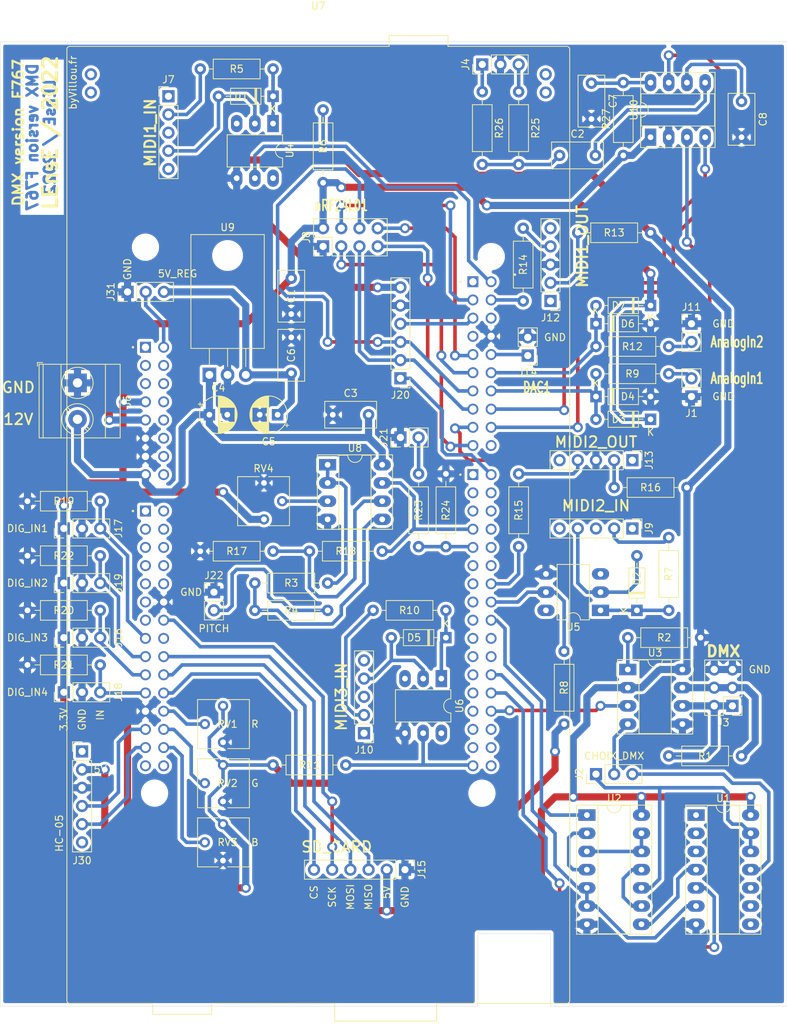
<source format=kicad_pcb>
(kicad_pcb (version 20171130) (host pcbnew "(5.1.6)-1")
  (title_block (rev VILLEMEJANE))
  (layers (0 F.Cu signal) (31 B.Cu signal) (34 B.Paste user) (35 F.Paste user) (36 B.SilkS user) (37 F.SilkS user) (38 B.Mask user) (39 F.Mask user) (44 Edge.Cuts user))
  (net 0 "")
  (net 1 AnInB)
  (net 2 AnInG)
  (net 3 AnInR)
  (net 4 out_s)
  (net 5 start)
  (net 6 enable)
  (net 7 GND)
  (net 8 5V)
  (net 9 3.3V)
  (net 10 "Net-(J2-Pad3)")
  (net 11 DMX_TX)
  (net 12 "Net-(J2-Pad1)")
  (net 13 "Net-(J3-Pad3)")
  (net 14 "Net-(J3-Pad1)")
  (net 15 "Net-(R2-Pad1)")
  (net 16 notstart)
  (net 17 "Net-(U1-Pad4)")
  (net 18 Vinput)
  (net 19 "Net-(U2-Pad11)")
  (net 20 "Net-(U2-Pad12)")
  (net 21 IRQ_nrF)
  (net 22 CE_nrF)
  (net 23 MOSI_nrF)
  (net 24 MISO_nrF)
  (net 25 SCK_nrF)
  (net 26 CSN_nrF)
  (net 27 "Net-(D1-Pad2)")
  (net 28 "Net-(D1-Pad1)")
  (net 29 "Net-(D2-Pad1)")
  (net 30 "Net-(D2-Pad2)")
  (net 31 "Net-(D5-Pad1)")
  (net 32 "Net-(D5-Pad2)")
  (net 33 "Net-(J1-Pad2)")
  (net 34 MIDI2_OUT_TX)
  (net 35 MIDI2_IN_RX)
  (net 36 MIDI3_IN_RX)
  (net 37 MIDI1_IN_RX)
  (net 38 DIG_IN_1)
  (net 39 DIG_IN_2)
  (net 40 DIG_IN_3)
  (net 41 DIG_IN_4)
  (net 42 CS_SDCar)
  (net 43 "Net-(J7-Pad1)")
  (net 44 "Net-(J7-Pad2)")
  (net 45 "Net-(J9-Pad1)")
  (net 46 "Net-(J9-Pad2)")
  (net 47 "Net-(J9-Pad3)")
  (net 48 "Net-(J9-Pad5)")
  (net 49 "Net-(J10-Pad5)")
  (net 50 "Net-(J10-Pad3)")
  (net 51 "Net-(J10-Pad2)")
  (net 52 "Net-(J10-Pad1)")
  (net 53 "Net-(J11-Pad2)")
  (net 54 "Net-(J12-Pad1)")
  (net 55 "Net-(J12-Pad2)")
  (net 56 "Net-(J12-Pad4)")
  (net 57 "Net-(J12-Pad5)")
  (net 58 "Net-(J13-Pad5)")
  (net 59 "Net-(J13-Pad4)")
  (net 60 "Net-(J13-Pad2)")
  (net 61 "Net-(J13-Pad1)")
  (net 62 MIDI1_OUT_TX)
  (net 63 "Net-(U4-Pad3)")
  (net 64 "Net-(U4-Pad6)")
  (net 65 "Net-(U5-Pad3)")
  (net 66 "Net-(U5-Pad6)")
  (net 67 "Net-(U6-Pad6)")
  (net 68 "Net-(U6-Pad3)")
  (net 69 "Net-(J7-Pad3)")
  (net 70 "Net-(J7-Pad5)")
  (net 71 AnalogIn1)
  (net 72 AnalogIn2)
  (net 73 TX_DMX)
  (net 74 CS_LCD)
  (net 75 RS_LCD)
  (net 76 MOSI_SD)
  (net 77 MISO_SD)
  (net 78 SCK_SD)
  (net 79 Vol_In)
  (net 80 Pit_In)
  (net 81 "Net-(R3-Pad1)")
  (net 82 "Net-(R3-Pad2)")
  (net 83 "Net-(R17-Pad2)")
  (net 84 Pitch_In)
  (net 85 Volume_In)
  (net 86 "Net-(RV4-Pad2)")
  (net 87 5V_REG)
  (net 88 "Net-(J30-Pad1)")
  (net 89 "Net-(J30-Pad6)")
  (net 90 DAC1)
  (net 91 RX_BT_HC05)
  (net 92 TX_BT_HC05)
  (net 93 "Net-(U7-PadCN10_34)")
  (net 94 "Net-(U7-PadCN9_30)")
  (net 95 "Net-(U7-PadCN9_29)")
  (net 96 "Net-(U7-PadCN7_20)")
  (net 97 "Net-(U7-PadCN7_7)")
  (net 98 "Net-(U7-PadCN7_6)")
  (net 99 "Net-(U7-PadCN10_32)")
  (net 100 LED1)
  (net 101 "Net-(U7-PadCN10_30)")
  (net 102 "Net-(U7-PadCN10_29)")
  (net 103 "Net-(U7-PadCN10_27)")
  (net 104 "Net-(U7-PadCN10_25)")
  (net 105 "Net-(U7-PadCN10_22)")
  (net 106 "Net-(U7-PadCN10_17)")
  (net 107 "Net-(U7-PadCN10_15)")
  (net 108 "Net-(U7-PadCN10_12)")
  (net 109 "Net-(U7-PadCN10_11)")
  (net 110 "Net-(U7-PadCN10_10)")
  (net 111 "Net-(U7-PadCN10_8)")
  (net 112 "Net-(U7-PadCN10_6)")
  (net 113 "Net-(U7-PadCN10_5)")
  (net 114 "Net-(U7-PadCN10_4)")
  (net 115 "Net-(U7-PadCN10_3)")
  (net 116 "Net-(U7-PadCN10_1)")
  (net 117 "Net-(U7-PadCN9_13)")
  (net 118 "Net-(U7-PadCN9_10)")
  (net 119 "Net-(U7-PadCN9_8)")
  (net 120 "Net-(U7-PadCN9_6)")
  (net 121 "Net-(U7-PadCN9_4)")
  (net 122 "Net-(U7-PadCN9_2)")
  (net 123 "Net-(U7-PadCN8_16)")
  (net 124 "Net-(U7-PadCN8_14)")
  (net 125 "Net-(U7-PadCN8_12)")
  (net 126 "Net-(U7-PadCN8_10)")
  (net 127 "Net-(U7-PadCN8_5)")
  (net 128 "Net-(U7-PadCN8_3)")
  (net 129 "Net-(U7-PadCN8_1)")
  (net 130 "Net-(U7-PadCN8_4)")
  (net 131 "Net-(U7-PadCN8_6)")
  (net 132 "Net-(U7-PadCN8_8)")
  (net 133 Bandeau_LED)
  (net 134 "Net-(U7-PadCN9_1)")
  (net 135 "Net-(U7-PadCN9_3)")
  (net 136 "Net-(U7-PadCN9_5)")
  (net 137 "Net-(U7-PadCN9_7)")
  (net 138 "Net-(U7-PadCN9_9)")
  (net 139 "Net-(U7-PadCN9_11)")
  (net 140 "Net-(U7-PadCN10_20)")
  (net 141 "Net-(U7-PadCN7_1)")
  (net 142 "Net-(U7-PadCN10_13)")
  (net 143 "Net-(U7-PadCN10_19)")
  (net 144 "Net-(U7-PadCN10_21)")
  (net 145 "Net-(U7-PadCN10_23)")
  (net 146 "Net-(U7-PadCN9_16)")
  (net 147 "Net-(C2-Pad2)")
  (net 148 "Net-(C2-Pad1)")
  (net 149 "Net-(C7-Pad1)")
  (net 150 "Net-(C8-Pad1)")
  (net 151 "Net-(J4-Pad1)")
  (net 152 "Net-(J4-Pad3)")
  (net 153 EQ_Strobe)
  (net 154 EQ_Reset)
  (net 155 EQ_out)
  (module Package_DIP:DIP-8_W7.62mm_Socket_LongPads (layer F.Cu) (at 103.505 33.655 90)
    (fp_text reference U10 (at 3.81 -2.33 90) (layer F.SilkS))
    (fp_text value MSGEQ7)
    (pad 8 thru_hole oval (at 7.62 0 90) (size 2.4 1.6) (drill 0.8) (layers *.Cu *.Mask) (net 149 "Net-(C7-Pad1)"))
    (pad 4 thru_hole oval (at 0 7.62 90) (size 2.4 1.6) (drill 0.8) (layers *.Cu *.Mask) (net 153 EQ_Strobe))
    (pad 7 thru_hole oval (at 7.62 2.54 90) (size 2.4 1.6) (drill 0.8) (layers *.Cu *.Mask) (net 154 EQ_Reset))
    (pad 3 thru_hole oval (at 0 5.08 90) (size 2.4 1.6) (drill 0.8) (layers *.Cu *.Mask) (net 155 EQ_out))
    (pad 6 thru_hole oval (at 7.62 5.08 90) (size 2.4 1.6) (drill 0.8) (layers *.Cu *.Mask) (net 150 "Net-(C8-Pad1)"))
    (pad 2 thru_hole oval (at 0 2.54 90) (size 2.4 1.6) (drill 0.8) (layers *.Cu *.Mask) (net 7 GND))
    (pad 5 thru_hole oval (at 7.62 7.62 90) (size 2.4 1.6) (drill 0.8) (layers *.Cu *.Mask) (net 147 "Net-(C2-Pad2)"))
    (pad 1 thru_hole rect (at 0 0 90) (size 2.4 1.6) (drill 0.8) (layers *.Cu *.Mask) (net 9 3.3V))
  )
  (module IOGS:ST_Zio_Connectors_144_STLink (layer F.Cu) (at 25.365001 52.815001)
    (fp_text reference U7 (at 31.75 -37.465) (layer F.SilkS))
    (fp_text value NUCLEO144-H7A3ZI-Q)
    (pad CN8_1 thru_hole rect (at 7.62 10.155) (size 1.53 1.53) (drill 1.02) (layers *.Cu *.Mask) (net 129 "Net-(U7-PadCN8_1)"))
    (pad CN8_2 thru_hole circle (at 10.16 10.155) (size 1.53 1.53) (drill 1.02) (layers *.Cu *.Mask) (net 133 Bandeau_LED))
    (pad CN8_3 thru_hole circle (at 7.62 12.695) (size 1.53 1.53) (drill 1.02) (layers *.Cu *.Mask) (net 128 "Net-(U7-PadCN8_3)"))
    (pad CN8_4 thru_hole circle (at 10.16 12.695) (size 1.53 1.53) (drill 1.02) (layers *.Cu *.Mask) (net 130 "Net-(U7-PadCN8_4)"))
    (pad CN8_5 thru_hole circle (at 7.62 15.235) (size 1.53 1.53) (drill 1.02) (layers *.Cu *.Mask) (net 127 "Net-(U7-PadCN8_5)"))
    (pad CN8_6 thru_hole circle (at 10.16 15.235) (size 1.53 1.53) (drill 1.02) (layers *.Cu *.Mask) (net 131 "Net-(U7-PadCN8_6)"))
    (pad CN8_7 thru_hole circle (at 7.62 17.775) (size 1.53 1.53) (drill 1.02) (layers *.Cu *.Mask) (net 9 3.3V))
    (pad CN8_8 thru_hole circle (at 10.16 17.775) (size 1.53 1.53) (drill 1.02) (layers *.Cu *.Mask) (net 132 "Net-(U7-PadCN8_8)"))
    (pad CN8_9 thru_hole circle (at 7.62 20.315) (size 1.53 1.53) (drill 1.02) (layers *.Cu *.Mask) (net 8 5V))
    (pad CN8_10 thru_hole circle (at 10.16 20.315) (size 1.53 1.53) (drill 1.02) (layers *.Cu *.Mask) (net 126 "Net-(U7-PadCN8_10)"))
    (pad CN8_11 thru_hole circle (at 7.62 22.855) (size 1.53 1.53) (drill 1.02) (layers *.Cu *.Mask) (net 7 GND))
    (pad CN8_12 thru_hole circle (at 10.16 22.855) (size 1.53 1.53) (drill 1.02) (layers *.Cu *.Mask) (net 125 "Net-(U7-PadCN8_12)"))
    (pad CN8_13 thru_hole circle (at 7.62 25.395) (size 1.53 1.53) (drill 1.02) (layers *.Cu *.Mask) (net 7 GND))
    (pad CN8_14 thru_hole circle (at 10.16 25.395) (size 1.53 1.53) (drill 1.02) (layers *.Cu *.Mask) (net 124 "Net-(U7-PadCN8_14)"))
    (pad CN8_15 thru_hole circle (at 7.62 27.935) (size 1.53 1.53) (drill 1.02) (layers *.Cu *.Mask) (net 18 Vinput))
    (pad CN8_16 thru_hole circle (at 10.16 27.935) (size 1.53 1.53) (drill 1.02) (layers *.Cu *.Mask) (net 123 "Net-(U7-PadCN8_16)"))
    (pad CN9_1 thru_hole rect (at 7.62 33.015) (size 1.53 1.53) (drill 1.02) (layers *.Cu *.Mask) (net 134 "Net-(U7-PadCN9_1)"))
    (pad CN9_2 thru_hole circle (at 10.16 33.015) (size 1.53 1.53) (drill 1.02) (layers *.Cu *.Mask) (net 122 "Net-(U7-PadCN9_2)"))
    (pad CN9_3 thru_hole circle (at 7.62 35.555) (size 1.53 1.53) (drill 1.02) (layers *.Cu *.Mask) (net 135 "Net-(U7-PadCN9_3)"))
    (pad CN9_4 thru_hole circle (at 10.16 35.555) (size 1.53 1.53) (drill 1.02) (layers *.Cu *.Mask) (net 121 "Net-(U7-PadCN9_4)"))
    (pad CN9_5 thru_hole circle (at 7.62 38.095) (size 1.53 1.53) (drill 1.02) (layers *.Cu *.Mask) (net 136 "Net-(U7-PadCN9_5)"))
    (pad CN9_6 thru_hole circle (at 10.16 38.095) (size 1.53 1.53) (drill 1.02) (layers *.Cu *.Mask) (net 120 "Net-(U7-PadCN9_6)"))
    (pad CN9_7 thru_hole circle (at 7.62 40.635) (size 1.53 1.53) (drill 1.02) (layers *.Cu *.Mask) (net 137 "Net-(U7-PadCN9_7)"))
    (pad CN9_8 thru_hole circle (at 10.16 40.635) (size 1.53 1.53) (drill 1.02) (layers *.Cu *.Mask) (net 119 "Net-(U7-PadCN9_8)"))
    (pad CN9_9 thru_hole circle (at 7.62 43.175) (size 1.53 1.53) (drill 1.02) (layers *.Cu *.Mask) (net 138 "Net-(U7-PadCN9_9)"))
    (pad CN9_10 thru_hole circle (at 10.16 43.175) (size 1.53 1.53) (drill 1.02) (layers *.Cu *.Mask) (net 118 "Net-(U7-PadCN9_10)"))
    (pad CN9_11 thru_hole circle (at 7.62 45.715) (size 1.53 1.53) (drill 1.02) (layers *.Cu *.Mask) (net 139 "Net-(U7-PadCN9_11)"))
    (pad CN9_12 thru_hole circle (at 10.16 45.715) (size 1.53 1.53) (drill 1.02) (layers *.Cu *.Mask) (net 7 GND))
    (pad CN9_13 thru_hole circle (at 7.62 48.255) (size 1.53 1.53) (drill 1.02) (layers *.Cu *.Mask) (net 117 "Net-(U7-PadCN9_13)"))
    (pad CN9_14 thru_hole circle (at 10.16 48.255) (size 1.53 1.53) (drill 1.02) (layers *.Cu *.Mask) (net 78 SCK_SD))
    (pad CN9_15 thru_hole circle (at 7.62 50.795) (size 1.53 1.53) (drill 1.02) (layers *.Cu *.Mask) (net 38 DIG_IN_1))
    (pad CN9_16 thru_hole circle (at 10.16 50.795) (size 1.53 1.53) (drill 1.02) (layers *.Cu *.Mask) (net 146 "Net-(U7-PadCN9_16)"))
    (pad CN9_17 thru_hole circle (at 7.62 53.335) (size 1.53 1.53) (drill 1.02) (layers *.Cu *.Mask) (net 39 DIG_IN_2))
    (pad CN9_18 thru_hole circle (at 10.16 53.335) (size 1.53 1.53) (drill 1.02) (layers *.Cu *.Mask) (net 77 MISO_SD))
    (pad CN9_19 thru_hole circle (at 7.62 55.875) (size 1.53 1.53) (drill 1.02) (layers *.Cu *.Mask) (net 40 DIG_IN_3))
    (pad CN9_20 thru_hole circle (at 10.16 55.875) (size 1.53 1.53) (drill 1.02) (layers *.Cu *.Mask) (net 76 MOSI_SD))
    (pad CN9_21 thru_hole circle (at 7.62 58.415) (size 1.53 1.53) (drill 1.02) (layers *.Cu *.Mask) (net 41 DIG_IN_4))
    (pad CN9_22 thru_hole circle (at 10.16 58.415) (size 1.53 1.53) (drill 1.02) (layers *.Cu *.Mask) (net 42 CS_SDCar))
    (pad CN9_23 thru_hole circle (at 7.62 60.955) (size 1.53 1.53) (drill 1.02) (layers *.Cu *.Mask) (net 7 GND))
    (pad CN9_24 thru_hole circle (at 10.16 60.955) (size 1.53 1.53) (drill 1.02) (layers *.Cu *.Mask) (net 3 AnInR))
    (pad CN9_25 thru_hole circle (at 7.62 63.495) (size 1.53 1.53) (drill 1.02) (layers *.Cu *.Mask) (net 91 RX_BT_HC05))
    (pad CN9_26 thru_hole circle (at 10.16 63.495) (size 1.53 1.53) (drill 1.02) (layers *.Cu *.Mask) (net 2 AnInG))
    (pad CN9_27 thru_hole circle (at 7.62 66.035) (size 1.53 1.53) (drill 1.02) (layers *.Cu *.Mask) (net 92 TX_BT_HC05))
    (pad CN9_28 thru_hole circle (at 10.16 66.035) (size 1.53 1.53) (drill 1.02) (layers *.Cu *.Mask) (net 1 AnInB))
    (pad CN7_1 thru_hole rect (at 53.34 1.011) (size 1.53 1.53) (drill 1.02) (layers *.Cu *.Mask) (net 141 "Net-(U7-PadCN7_1)"))
    (pad CN7_2 thru_hole circle (at 55.88 1.011) (size 1.53 1.53) (drill 1.02) (layers *.Cu *.Mask) (net 37 MIDI1_IN_RX))
    (pad CN10_1 thru_hole rect (at 53.34 27.935) (size 1.53 1.53) (drill 1.02) (layers *.Cu *.Mask) (net 116 "Net-(U7-PadCN10_1)"))
    (pad CN10_2 thru_hole circle (at 55.88 27.935) (size 1.53 1.53) (drill 1.02) (layers *.Cu *.Mask) (net 75 RS_LCD))
    (pad CN10_3 thru_hole circle (at 53.34 30.475) (size 1.53 1.53) (drill 1.02) (layers *.Cu *.Mask) (net 115 "Net-(U7-PadCN10_3)"))
    (pad CN10_4 thru_hole circle (at 55.88 30.475) (size 1.53 1.53) (drill 1.02) (layers *.Cu *.Mask) (net 114 "Net-(U7-PadCN10_4)"))
    (pad CN10_5 thru_hole circle (at 53.34 33.015) (size 1.53 1.53) (drill 1.02) (layers *.Cu *.Mask) (net 113 "Net-(U7-PadCN10_5)"))
    (pad CN10_6 thru_hole circle (at 55.88 33.015) (size 1.53 1.53) (drill 1.02) (layers *.Cu *.Mask) (net 112 "Net-(U7-PadCN10_6)"))
    (pad CN10_7 thru_hole circle (at 53.34 35.555) (size 1.53 1.53) (drill 1.02) (layers *.Cu *.Mask) (net 84 Pitch_In))
    (pad CN10_8 thru_hole circle (at 55.88 35.555) (size 1.53 1.53) (drill 1.02) (layers *.Cu *.Mask) (net 111 "Net-(U7-PadCN10_8)"))
    (pad CN10_9 thru_hole circle (at 53.34 38.095) (size 1.53 1.53) (drill 1.02) (layers *.Cu *.Mask) (net 85 Volume_In))
    (pad CN10_10 thru_hole circle (at 55.88 38.095) (size 1.53 1.53) (drill 1.02) (layers *.Cu *.Mask) (net 110 "Net-(U7-PadCN10_10)"))
    (pad CN10_11 thru_hole circle (at 53.34 40.635) (size 1.53 1.53) (drill 1.02) (layers *.Cu *.Mask) (net 109 "Net-(U7-PadCN10_11)"))
    (pad CN10_12 thru_hole circle (at 55.88 40.635) (size 1.53 1.53) (drill 1.02) (layers *.Cu *.Mask) (net 108 "Net-(U7-PadCN10_12)"))
    (pad CN10_13 thru_hole circle (at 53.34 43.175) (size 1.53 1.53) (drill 1.02) (layers *.Cu *.Mask) (net 142 "Net-(U7-PadCN10_13)"))
    (pad CN10_14 thru_hole circle (at 55.88 43.175) (size 1.53 1.53) (drill 1.02) (layers *.Cu *.Mask) (net 34 MIDI2_OUT_TX))
    (pad CN10_15 thru_hole circle (at 53.34 45.715) (size 1.53 1.53) (drill 1.02) (layers *.Cu *.Mask) (net 107 "Net-(U7-PadCN10_15)"))
    (pad CN10_16 thru_hole circle (at 55.88 45.715) (size 1.53 1.53) (drill 1.02) (layers *.Cu *.Mask) (net 35 MIDI2_IN_RX))
    (pad CN10_17 thru_hole circle (at 53.34 48.255) (size 1.53 1.53) (drill 1.02) (layers *.Cu *.Mask) (net 106 "Net-(U7-PadCN10_17)"))
    (pad CN10_18 thru_hole circle (at 55.88 48.255) (size 1.53 1.53) (drill 1.02) (layers *.Cu *.Mask) (net 73 TX_DMX))
    (pad CN10_19 thru_hole circle (at 53.34 50.795) (size 1.53 1.53) (drill 1.02) (layers *.Cu *.Mask) (net 143 "Net-(U7-PadCN10_19)"))
    (pad CN10_20 thru_hole circle (at 55.88 50.795) (size 1.53 1.53) (drill 1.02) (layers *.Cu *.Mask) (net 140 "Net-(U7-PadCN10_20)"))
    (pad CN10_21 thru_hole circle (at 53.34 53.335) (size 1.53 1.53) (drill 1.02) (layers *.Cu *.Mask) (net 144 "Net-(U7-PadCN10_21)"))
    (pad CN10_22 thru_hole circle (at 55.88 53.335) (size 1.53 1.53) (drill 1.02) (layers *.Cu *.Mask) (net 105 "Net-(U7-PadCN10_22)"))
    (pad CN10_23 thru_hole circle (at 53.34 55.875) (size 1.53 1.53) (drill 1.02) (layers *.Cu *.Mask) (net 145 "Net-(U7-PadCN10_23)"))
    (pad CN10_24 thru_hole circle (at 55.88 55.875) (size 1.53 1.53) (drill 1.02) (layers *.Cu *.Mask) (net 5 start))
    (pad CN10_25 thru_hole circle (at 53.34 58.415) (size 1.53 1.53) (drill 1.02) (layers *.Cu *.Mask) (net 104 "Net-(U7-PadCN10_25)"))
    (pad CN10_26 thru_hole circle (at 55.88 58.415) (size 1.53 1.53) (drill 1.02) (layers *.Cu *.Mask) (net 4 out_s))
    (pad CN10_27 thru_hole circle (at 53.34 60.955) (size 1.53 1.53) (drill 1.02) (layers *.Cu *.Mask) (net 103 "Net-(U7-PadCN10_27)"))
    (pad CN10_28 thru_hole circle (at 55.88 60.955) (size 1.53 1.53) (drill 1.02) (layers *.Cu *.Mask) (net 6 enable))
    (pad CN10_29 thru_hole circle (at 53.34 63.495) (size 1.53 1.53) (drill 1.02) (layers *.Cu *.Mask) (net 102 "Net-(U7-PadCN10_29)"))
    (pad CN10_30 thru_hole circle (at 55.88 63.495) (size 1.53 1.53) (drill 1.02) (layers *.Cu *.Mask) (net 101 "Net-(U7-PadCN10_30)"))
    (pad CN10_31 thru_hole circle (at 53.34 66.035) (size 1.53 1.53) (drill 1.02) (layers *.Cu *.Mask) (net 100 LED1))
    (pad CN10_32 thru_hole circle (at 55.88 66.035) (size 1.53 1.53) (drill 1.02) (layers *.Cu *.Mask) (net 99 "Net-(U7-PadCN10_32)"))
    (pad CN7_3 thru_hole circle (at 53.34 3.551) (size 1.53 1.53) (drill 1.02) (layers *.Cu *.Mask) (net 26 CSN_nrF))
    (pad CN7_4 thru_hole circle (at 55.88 3.551) (size 1.53 1.53) (drill 1.02) (layers *.Cu *.Mask) (net 62 MIDI1_OUT_TX))
    (pad CN7_5 thru_hole circle (at 53.34 6.091) (size 1.53 1.53) (drill 1.02) (layers *.Cu *.Mask) (net 74 CS_LCD))
    (pad CN7_6 thru_hole circle (at 55.88 6.091) (size 1.53 1.53) (drill 1.02) (layers *.Cu *.Mask) (net 98 "Net-(U7-PadCN7_6)"))
    (pad CN7_7 thru_hole circle (at 53.34 8.631) (size 1.53 1.53) (drill 1.02) (layers *.Cu *.Mask) (net 97 "Net-(U7-PadCN7_7)"))
    (pad CN7_8 thru_hole circle (at 55.88 8.631) (size 1.53 1.53) (drill 1.02) (layers *.Cu *.Mask) (net 7 GND))
    (pad CN7_9 thru_hole circle (at 53.34 11.171) (size 1.53 1.53) (drill 1.02) (layers *.Cu *.Mask) (net 21 IRQ_nrF))
    (pad CN7_10 thru_hole circle (at 55.88 11.171) (size 1.53 1.53) (drill 1.02) (layers *.Cu *.Mask) (net 90 DAC1))
    (pad CN7_11 thru_hole circle (at 53.34 13.711) (size 1.53 1.53) (drill 1.02) (layers *.Cu *.Mask) (net 22 CE_nrF))
    (pad CN7_12 thru_hole circle (at 55.88 13.711) (size 1.53 1.53) (drill 1.02) (layers *.Cu *.Mask) (net 72 AnalogIn2))
    (pad CN7_13 thru_hole circle (at 53.34 16.251) (size 1.53 1.53) (drill 1.02) (layers *.Cu *.Mask) (net 23 MOSI_nrF))
    (pad CN7_14 thru_hole circle (at 55.88 16.251) (size 1.53 1.53) (drill 1.02) (layers *.Cu *.Mask) (net 71 AnalogIn1))
    (pad CN7_15 thru_hole circle (at 53.34 18.791) (size 1.53 1.53) (drill 1.02) (layers *.Cu *.Mask) (net 25 SCK_nrF))
    (pad CN7_16 thru_hole circle (at 55.88 18.791) (size 1.53 1.53) (drill 1.02) (layers *.Cu *.Mask) (net 153 EQ_Strobe))
    (pad CN7_17 thru_hole circle (at 53.34 21.331) (size 1.53 1.53) (drill 1.02) (layers *.Cu *.Mask) (net 155 EQ_out))
    (pad CN7_18 thru_hole circle (at 55.88 21.331) (size 1.53 1.53) (drill 1.02) (layers *.Cu *.Mask) (net 154 EQ_Reset))
    (pad CN7_19 thru_hole circle (at 53.34 23.871) (size 1.53 1.53) (drill 1.02) (layers *.Cu *.Mask) (net 24 MISO_nrF))
    (pad CN7_20 thru_hole circle (at 55.88 23.871) (size 1.53 1.53) (drill 1.02) (layers *.Cu *.Mask) (net 96 "Net-(U7-PadCN7_20)"))
    (pad CN9_29 thru_hole circle (at 7.62 68.575) (size 1.53 1.53) (drill 1.02) (layers *.Cu *.Mask) (net 95 "Net-(U7-PadCN9_29)"))
    (pad CN9_30 thru_hole circle (at 10.16 68.575) (size 1.53 1.53) (drill 1.02) (layers *.Cu *.Mask) (net 94 "Net-(U7-PadCN9_30)"))
    (pad CN10_33 thru_hole circle (at 53.34 68.575) (size 1.53 1.53) (drill 1.02) (layers *.Cu *.Mask) (net 36 MIDI3_IN_RX))
    (pad CN10_34 thru_hole circle (at 55.88 68.575) (size 1.53 1.53) (drill 1.02) (layers *.Cu *.Mask) (net 93 "Net-(U7-PadCN10_34)"))
    (pad CN2_1 thru_hole circle (at 0 -27.94) (size 1.7 1.7) (drill 1) (layers *.Cu *.Mask))
    (pad CN3_1 thru_hole circle (at 63.5 -27.94) (size 1.7 1.7) (drill 1) (layers *.Cu *.Mask))
    (pad CN2_2 thru_hole circle (at 0 -25.4) (size 1.7 1.7) (drill 1) (layers *.Cu *.Mask))
    (pad CN3_2 thru_hole circle (at 63.5 -25.4) (size 1.7 1.7) (drill 1) (layers *.Cu *.Mask))
    (pad "" np_thru_hole circle (at 55.9 -2.5) (size 3 3) (drill 3) (layers *.Cu *.Mask))
    (pad "" np_thru_hole circle (at 7.62 -3.81) (size 3 3) (drill 3) (layers *.Cu *.Mask))
    (pad "" np_thru_hole circle (at 54.6 72.4) (size 3 3) (drill 3) (layers *.Cu *.Mask))
    (pad "" np_thru_hole circle (at 8.89 72.39) (size 3 3) (drill 3) (layers *.Cu *.Mask))
  )
  (module Resistor_THT:R_Axial_DIN0207_L6.3mm_D2.5mm_P10.16mm_Horizontal (layer F.Cu) (at 106.045 99.695 90)
    (fp_text reference R7 (at 5.08 0 90) (layer F.SilkS))
    (fp_text value 220)
    (pad 2 thru_hole oval (at 10.16 0 90) (size 1.6 1.6) (drill 0.8) (layers *.Cu *.Mask) (net 46 "Net-(J9-Pad2)"))
    (pad 1 thru_hole circle (at 0 0 90) (size 1.6 1.6) (drill 0.8) (layers *.Cu *.Mask) (net 29 "Net-(D2-Pad1)"))
  )
  (module Resistor_THT:R_Axial_DIN0207_L6.3mm_D2.5mm_P10.16mm_Horizontal (layer F.Cu) (at 57.785 29.845 270)
    (fp_text reference R6 (at 5.08 0 90) (layer F.SilkS))
    (fp_text value 1.2k)
    (pad 2 thru_hole oval (at 10.16 0 270) (size 1.6 1.6) (drill 0.8) (layers *.Cu *.Mask) (net 9 3.3V))
    (pad 1 thru_hole circle (at 0 0 270) (size 1.6 1.6) (drill 0.8) (layers *.Cu *.Mask) (net 37 MIDI1_IN_RX))
  )
  (module Capacitor_THT:C_Rect_L7.0mm_W3.5mm_P5.00mm (layer F.Cu) (at 59.135 72.39)
    (fp_text reference C3 (at 2.5 -3) (layer F.SilkS))
    (fp_text value 100nF)
    (pad 1 thru_hole circle (at 0 0) (size 1.6 1.6) (drill 0.8) (layers *.Cu *.Mask) (net 7 GND))
    (pad 2 thru_hole circle (at 5 0) (size 1.6 1.6) (drill 0.8) (layers *.Cu *.Mask) (net 18 Vinput))
  )
  (module Capacitor_THT:C_Rect_L7.0mm_W3.5mm_P5.00mm (layer F.Cu) (at 53.34 58.34 90)
    (fp_text reference C1 (at 2.5 0 90) (layer F.SilkS))
    (fp_text value 100nF)
    (pad 1 thru_hole circle (at 0 0 90) (size 1.6 1.6) (drill 0.8) (layers *.Cu *.Mask) (net 7 GND))
    (pad 2 thru_hole circle (at 5 0 90) (size 1.6 1.6) (drill 0.8) (layers *.Cu *.Mask) (net 9 3.3V))
  )
  (module Capacitor_THT:CP_Radial_D5.0mm_P2.50mm (layer F.Cu) (at 41.91 72.39)
    (fp_text reference C4 (at 1.25 -3.75) (layer F.SilkS))
    (fp_text value 100uF)
    (pad 1 thru_hole rect (at 0 0) (size 1.6 1.6) (drill 0.8) (layers *.Cu *.Mask) (net 18 Vinput))
    (pad 2 thru_hole circle (at 2.5 0) (size 1.6 1.6) (drill 0.8) (layers *.Cu *.Mask) (net 7 GND))
  )
  (module Capacitor_THT:CP_Radial_D5.0mm_P2.50mm (layer F.Cu) (at 51.435 72.39 180)
    (fp_text reference C5 (at 1.25 -3.75) (layer F.SilkS))
    (fp_text value 100uF)
    (pad 2 thru_hole circle (at 2.5 0 180) (size 1.6 1.6) (drill 0.8) (layers *.Cu *.Mask) (net 7 GND))
    (pad 1 thru_hole rect (at 0 0 180) (size 1.6 1.6) (drill 0.8) (layers *.Cu *.Mask) (net 87 5V_REG))
  )
  (module Capacitor_THT:C_Rect_L7.0mm_W3.5mm_P5.00mm (layer F.Cu) (at 53.34 61.595 270)
    (fp_text reference C6 (at 2.5 0 90) (layer F.SilkS))
    (fp_text value 100nF)
    (pad 2 thru_hole circle (at 5 0 270) (size 1.6 1.6) (drill 0.8) (layers *.Cu *.Mask) (net 87 5V_REG))
    (pad 1 thru_hole circle (at 0 0 270) (size 1.6 1.6) (drill 0.8) (layers *.Cu *.Mask) (net 7 GND))
  )
  (module Diode_THT:D_DO-35_SOD27_P7.62mm_Horizontal (layer F.Cu) (at 50.8 27.94 180)
    (fp_text reference D1 (at 4.445 0) (layer F.SilkS))
    (fp_text value 1N4148)
    (fp_text user K (at 0 -1.8) (layer F.SilkS))
    (pad 1 thru_hole rect (at 0 0 180) (size 1.6 1.6) (drill 0.8) (layers *.Cu *.Mask) (net 28 "Net-(D1-Pad1)"))
    (pad 2 thru_hole oval (at 7.62 0 180) (size 1.6 1.6) (drill 0.8) (layers *.Cu *.Mask) (net 27 "Net-(D1-Pad2)"))
  )
  (module Diode_THT:D_DO-35_SOD27_P7.62mm_Horizontal (layer F.Cu) (at 101.6 99.695 90)
    (fp_text reference D2 (at 4.445 0 90) (layer F.SilkS))
    (fp_text value 1N4148)
    (fp_text user K (at 0 -1.8 90) (layer F.SilkS))
    (pad 2 thru_hole oval (at 7.62 0 90) (size 1.6 1.6) (drill 0.8) (layers *.Cu *.Mask) (net 30 "Net-(D2-Pad2)"))
    (pad 1 thru_hole rect (at 0 0 90) (size 1.6 1.6) (drill 0.8) (layers *.Cu *.Mask) (net 29 "Net-(D2-Pad1)"))
  )
  (module Diode_THT:D_DO-35_SOD27_P7.62mm_Horizontal (layer F.Cu) (at 103.505 73.025 180)
    (fp_text reference D3 (at 4.445 0) (layer F.SilkS))
    (fp_text value 1N4148)
    (fp_text user K (at 0 -1.8) (layer F.SilkS))
    (pad 1 thru_hole rect (at 0 0 180) (size 1.6 1.6) (drill 0.8) (layers *.Cu *.Mask) (net 9 3.3V))
    (pad 2 thru_hole oval (at 7.62 0 180) (size 1.6 1.6) (drill 0.8) (layers *.Cu *.Mask) (net 71 AnalogIn1))
  )
  (module Diode_THT:D_DO-35_SOD27_P7.62mm_Horizontal (layer F.Cu) (at 95.885 69.85)
    (fp_text reference D4 (at 4.445 0) (layer F.SilkS))
    (fp_text value 1N4148)
    (fp_text user K (at 0 -1.8) (layer F.SilkS))
    (pad 2 thru_hole oval (at 7.62 0) (size 1.6 1.6) (drill 0.8) (layers *.Cu *.Mask) (net 7 GND))
    (pad 1 thru_hole rect (at 0 0) (size 1.6 1.6) (drill 0.8) (layers *.Cu *.Mask) (net 71 AnalogIn1))
  )
  (module Diode_THT:D_DO-35_SOD27_P7.62mm_Horizontal (layer F.Cu) (at 74.93 103.505 180)
    (fp_text reference D5 (at 4.445 0) (layer F.SilkS))
    (fp_text value 1N4148)
    (fp_text user K (at 0 1.905) (layer F.SilkS))
    (pad 1 thru_hole rect (at 0 0 180) (size 1.6 1.6) (drill 0.8) (layers *.Cu *.Mask) (net 31 "Net-(D5-Pad1)"))
    (pad 2 thru_hole oval (at 7.62 0 180) (size 1.6 1.6) (drill 0.8) (layers *.Cu *.Mask) (net 32 "Net-(D5-Pad2)"))
  )
  (module Diode_THT:D_DO-35_SOD27_P7.62mm_Horizontal (layer F.Cu) (at 103.505 57.15 180)
    (fp_text reference D6 (at 3.175 -2.54) (layer F.SilkS))
    (fp_text value 1N4148)
    (fp_text user K (at 0 -1.8) (layer F.SilkS))
    (pad 1 thru_hole rect (at 0 0 180) (size 1.6 1.6) (drill 0.8) (layers *.Cu *.Mask) (net 9 3.3V))
    (pad 2 thru_hole oval (at 7.62 0 180) (size 1.6 1.6) (drill 0.8) (layers *.Cu *.Mask) (net 72 AnalogIn2))
  )
  (module Diode_THT:D_DO-35_SOD27_P7.62mm_Horizontal (layer F.Cu) (at 95.885 59.69)
    (fp_text reference D7 (at 3.175 -2.54) (layer F.SilkS))
    (fp_text value 1N4148)
    (fp_text user K (at 0 -1.8) (layer F.SilkS))
    (pad 2 thru_hole oval (at 7.62 0) (size 1.6 1.6) (drill 0.8) (layers *.Cu *.Mask) (net 7 GND))
    (pad 1 thru_hole rect (at 0 0) (size 1.6 1.6) (drill 0.8) (layers *.Cu *.Mask) (net 72 AnalogIn2))
  )
  (module Connector_PinHeader_2.54mm:PinHeader_1x02_P2.54mm_Vertical (layer F.Cu) (at 109.22 69.85 180)
    (fp_text reference J1 (at 0 -2.33) (layer F.SilkS))
    (fp_text value DirectIn)
    (pad 1 thru_hole rect (at 0 0 180) (size 1.7 1.7) (drill 1) (layers *.Cu *.Mask) (net 7 GND))
    (pad 2 thru_hole oval (at 0 2.54 180) (size 1.7 1.7) (drill 1) (layers *.Cu *.Mask) (net 33 "Net-(J1-Pad2)"))
  )
  (module Connector_PinHeader_2.54mm:PinHeader_2x03_P2.54mm_Vertical (layer F.Cu) (at 114.935 113.03 180)
    (fp_text reference J3 (at 1.27 -2.33) (layer F.SilkS))
    (fp_text value To_Dmx)
    (pad 1 thru_hole rect (at 0 0 180) (size 1.7 1.7) (drill 1) (layers *.Cu *.Mask) (net 14 "Net-(J3-Pad1)"))
    (pad 2 thru_hole oval (at 2.54 0 180) (size 1.7 1.7) (drill 1) (layers *.Cu *.Mask) (net 14 "Net-(J3-Pad1)"))
    (pad 3 thru_hole oval (at 0 2.54 180) (size 1.7 1.7) (drill 1) (layers *.Cu *.Mask) (net 13 "Net-(J3-Pad3)"))
    (pad 4 thru_hole oval (at 2.54 2.54 180) (size 1.7 1.7) (drill 1) (layers *.Cu *.Mask) (net 13 "Net-(J3-Pad3)"))
    (pad 5 thru_hole oval (at 0 5.08 180) (size 1.7 1.7) (drill 1) (layers *.Cu *.Mask) (net 7 GND))
    (pad 6 thru_hole oval (at 2.54 5.08 180) (size 1.7 1.7) (drill 1) (layers *.Cu *.Mask) (net 7 GND))
  )
  (module TerminalBlock_Phoenix:TerminalBlock_Phoenix_MKDS-3-2-5.08_1x02_P5.08mm_Horizontal (layer F.Cu) (at 23.495 67.945 270)
    (fp_text reference J6 (at 2.54 -6.96 90) (layer F.SilkS))
    (fp_text value Power)
    (pad 1 thru_hole rect (at 0 0 270) (size 2.6 2.6) (drill 1.3) (layers *.Cu *.Mask) (net 7 GND))
    (pad 2 thru_hole circle (at 5.08 0 270) (size 2.6 2.6) (drill 1.3) (layers *.Cu *.Mask) (net 18 Vinput))
  )
  (module Connector_PinHeader_2.54mm:PinHeader_1x05_P2.54mm_Vertical (layer F.Cu) (at 36.195 27.94)
    (fp_text reference J7 (at 0 -2.33) (layer F.SilkS))
    (fp_text value MIDI1_IN)
    (pad 1 thru_hole rect (at 0 0) (size 1.7 1.7) (drill 1) (layers *.Cu *.Mask) (net 43 "Net-(J7-Pad1)"))
    (pad 2 thru_hole oval (at 0 2.54) (size 1.7 1.7) (drill 1) (layers *.Cu *.Mask) (net 44 "Net-(J7-Pad2)"))
    (pad 3 thru_hole oval (at 0 5.08) (size 1.7 1.7) (drill 1) (layers *.Cu *.Mask) (net 69 "Net-(J7-Pad3)"))
    (pad 4 thru_hole oval (at 0 7.62) (size 1.7 1.7) (drill 1) (layers *.Cu *.Mask) (net 27 "Net-(D1-Pad2)"))
    (pad 5 thru_hole oval (at 0 10.16) (size 1.7 1.7) (drill 1) (layers *.Cu *.Mask) (net 70 "Net-(J7-Pad5)"))
  )
  (module Connector_PinHeader_2.54mm:PinHeader_2x04_P2.54mm_Vertical (layer F.Cu) (at 57.785 48.895 90)
    (fp_text reference J8 (at 1.27 -2.33 90) (layer F.SilkS))
    (fp_text value nRF24L01)
    (pad 1 thru_hole rect (at 0 0 90) (size 1.7 1.7) (drill 1) (layers *.Cu *.Mask) (net 7 GND))
    (pad 2 thru_hole oval (at 2.54 0 90) (size 1.7 1.7) (drill 1) (layers *.Cu *.Mask) (net 9 3.3V))
    (pad 3 thru_hole oval (at 0 2.54 90) (size 1.7 1.7) (drill 1) (layers *.Cu *.Mask) (net 22 CE_nrF))
    (pad 4 thru_hole oval (at 2.54 2.54 90) (size 1.7 1.7) (drill 1) (layers *.Cu *.Mask) (net 26 CSN_nrF))
    (pad 5 thru_hole oval (at 0 5.08 90) (size 1.7 1.7) (drill 1) (layers *.Cu *.Mask) (net 25 SCK_nrF))
    (pad 6 thru_hole oval (at 2.54 5.08 90) (size 1.7 1.7) (drill 1) (layers *.Cu *.Mask) (net 23 MOSI_nrF))
    (pad 7 thru_hole oval (at 0 7.62 90) (size 1.7 1.7) (drill 1) (layers *.Cu *.Mask) (net 24 MISO_nrF))
    (pad 8 thru_hole oval (at 2.54 7.62 90) (size 1.7 1.7) (drill 1) (layers *.Cu *.Mask) (net 21 IRQ_nrF))
  )
  (module Connector_PinHeader_2.54mm:PinHeader_1x05_P2.54mm_Vertical (layer F.Cu) (at 100.965 88.265 270)
    (fp_text reference J9 (at 0 -2.33 90) (layer F.SilkS))
    (fp_text value MIDI2_IN)
    (pad 5 thru_hole oval (at 0 10.16 270) (size 1.7 1.7) (drill 1) (layers *.Cu *.Mask) (net 48 "Net-(J9-Pad5)"))
    (pad 4 thru_hole oval (at 0 7.62 270) (size 1.7 1.7) (drill 1) (layers *.Cu *.Mask) (net 30 "Net-(D2-Pad2)"))
    (pad 3 thru_hole oval (at 0 5.08 270) (size 1.7 1.7) (drill 1) (layers *.Cu *.Mask) (net 47 "Net-(J9-Pad3)"))
    (pad 2 thru_hole oval (at 0 2.54 270) (size 1.7 1.7) (drill 1) (layers *.Cu *.Mask) (net 46 "Net-(J9-Pad2)"))
    (pad 1 thru_hole rect (at 0 0 270) (size 1.7 1.7) (drill 1) (layers *.Cu *.Mask) (net 45 "Net-(J9-Pad1)"))
  )
  (module Connector_PinHeader_2.54mm:PinHeader_1x05_P2.54mm_Vertical (layer F.Cu) (at 63.5 116.84 180)
    (fp_text reference J10 (at 0 -2.33) (layer F.SilkS))
    (fp_text value MIDI3_IN)
    (pad 1 thru_hole rect (at 0 0 180) (size 1.7 1.7) (drill 1) (layers *.Cu *.Mask) (net 52 "Net-(J10-Pad1)"))
    (pad 2 thru_hole oval (at 0 2.54 180) (size 1.7 1.7) (drill 1) (layers *.Cu *.Mask) (net 51 "Net-(J10-Pad2)"))
    (pad 3 thru_hole oval (at 0 5.08 180) (size 1.7 1.7) (drill 1) (layers *.Cu *.Mask) (net 50 "Net-(J10-Pad3)"))
    (pad 4 thru_hole oval (at 0 7.62 180) (size 1.7 1.7) (drill 1) (layers *.Cu *.Mask) (net 32 "Net-(D5-Pad2)"))
    (pad 5 thru_hole oval (at 0 10.16 180) (size 1.7 1.7) (drill 1) (layers *.Cu *.Mask) (net 49 "Net-(J10-Pad5)"))
  )
  (module Connector_PinHeader_2.54mm:PinHeader_1x02_P2.54mm_Vertical (layer F.Cu) (at 109.22 59.69)
    (fp_text reference J11 (at 0 -2.33) (layer F.SilkS))
    (fp_text value FilterIn)
    (pad 1 thru_hole rect (at 0 0) (size 1.7 1.7) (drill 1) (layers *.Cu *.Mask) (net 7 GND))
    (pad 2 thru_hole oval (at 0 2.54) (size 1.7 1.7) (drill 1) (layers *.Cu *.Mask) (net 53 "Net-(J11-Pad2)"))
  )
  (module Connector_PinHeader_2.54mm:PinHeader_1x05_P2.54mm_Vertical (layer F.Cu) (at 89.535 56.515 180)
    (fp_text reference J12 (at 0 -2.33) (layer F.SilkS))
    (fp_text value MIDI1_OUT)
    (pad 1 thru_hole rect (at 0 0 180) (size 1.7 1.7) (drill 1) (layers *.Cu *.Mask) (net 54 "Net-(J12-Pad1)"))
    (pad 2 thru_hole oval (at 0 2.54 180) (size 1.7 1.7) (drill 1) (layers *.Cu *.Mask) (net 55 "Net-(J12-Pad2)"))
    (pad 3 thru_hole oval (at 0 5.08 180) (size 1.7 1.7) (drill 1) (layers *.Cu *.Mask) (net 7 GND))
    (pad 4 thru_hole oval (at 0 7.62 180) (size 1.7 1.7) (drill 1) (layers *.Cu *.Mask) (net 56 "Net-(J12-Pad4)"))
    (pad 5 thru_hole oval (at 0 10.16 180) (size 1.7 1.7) (drill 1) (layers *.Cu *.Mask) (net 57 "Net-(J12-Pad5)"))
  )
  (module Connector_PinHeader_2.54mm:PinHeader_1x05_P2.54mm_Vertical (layer F.Cu) (at 100.965 78.74 270)
    (fp_text reference J13 (at 0 -2.33 90) (layer F.SilkS))
    (fp_text value MIDI2_OUT)
    (pad 5 thru_hole oval (at 0 10.16 270) (size 1.7 1.7) (drill 1) (layers *.Cu *.Mask) (net 58 "Net-(J13-Pad5)"))
    (pad 4 thru_hole oval (at 0 7.62 270) (size 1.7 1.7) (drill 1) (layers *.Cu *.Mask) (net 59 "Net-(J13-Pad4)"))
    (pad 3 thru_hole oval (at 0 5.08 270) (size 1.7 1.7) (drill 1) (layers *.Cu *.Mask) (net 7 GND))
    (pad 2 thru_hole oval (at 0 2.54 270) (size 1.7 1.7) (drill 1) (layers *.Cu *.Mask) (net 60 "Net-(J13-Pad2)"))
    (pad 1 thru_hole rect (at 0 0 270) (size 1.7 1.7) (drill 1) (layers *.Cu *.Mask) (net 61 "Net-(J13-Pad1)"))
  )
  (module Connector_PinHeader_2.54mm:PinHeader_1x02_P2.54mm_Vertical (layer F.Cu) (at 86.36 64.135 180)
    (fp_text reference J14 (at 0 -2.33) (layer F.SilkS))
    (fp_text value Test_D13)
    (pad 2 thru_hole oval (at 0 2.54 180) (size 1.7 1.7) (drill 1) (layers *.Cu *.Mask) (net 7 GND))
    (pad 1 thru_hole rect (at 0 0 180) (size 1.7 1.7) (drill 1) (layers *.Cu *.Mask) (net 90 DAC1))
  )
  (module Connector_PinHeader_2.54mm:PinHeader_1x03_P2.54mm_Vertical (layer F.Cu) (at 21.59 103.505 90)
    (fp_text reference J16 (at 0 7.62 90) (layer F.SilkS))
    (fp_text value DigIn3)
    (pad 1 thru_hole rect (at 0 0 90) (size 1.7 1.7) (drill 1) (layers *.Cu *.Mask) (net 9 3.3V))
    (pad 2 thru_hole oval (at 0 2.54 90) (size 1.7 1.7) (drill 1) (layers *.Cu *.Mask) (net 7 GND))
    (pad 3 thru_hole oval (at 0 5.08 90) (size 1.7 1.7) (drill 1) (layers *.Cu *.Mask) (net 40 DIG_IN_3))
  )
  (module Connector_PinHeader_2.54mm:PinHeader_1x03_P2.54mm_Vertical (layer F.Cu) (at 21.59 88.265 90)
    (fp_text reference J17 (at 0 7.62 90) (layer F.SilkS))
    (fp_text value DigIn1)
    (pad 3 thru_hole oval (at 0 5.08 90) (size 1.7 1.7) (drill 1) (layers *.Cu *.Mask) (net 38 DIG_IN_1))
    (pad 2 thru_hole oval (at 0 2.54 90) (size 1.7 1.7) (drill 1) (layers *.Cu *.Mask) (net 7 GND))
    (pad 1 thru_hole rect (at 0 0 90) (size 1.7 1.7) (drill 1) (layers *.Cu *.Mask) (net 9 3.3V))
  )
  (module Connector_PinHeader_2.54mm:PinHeader_1x03_P2.54mm_Vertical (layer F.Cu) (at 21.59 111.125 90)
    (fp_text reference J18 (at 0 7.62 90) (layer F.SilkS))
    (fp_text value DigIn4)
    (pad 1 thru_hole rect (at 0 0 90) (size 1.7 1.7) (drill 1) (layers *.Cu *.Mask) (net 9 3.3V))
    (pad 2 thru_hole oval (at 0 2.54 90) (size 1.7 1.7) (drill 1) (layers *.Cu *.Mask) (net 7 GND))
    (pad 3 thru_hole oval (at 0 5.08 90) (size 1.7 1.7) (drill 1) (layers *.Cu *.Mask) (net 41 DIG_IN_4))
  )
  (module Connector_PinHeader_2.54mm:PinHeader_1x03_P2.54mm_Vertical (layer F.Cu) (at 21.59 95.885 90)
    (fp_text reference J19 (at 0 7.62 90) (layer F.SilkS))
    (fp_text value DigIn2)
    (pad 3 thru_hole oval (at 0 5.08 90) (size 1.7 1.7) (drill 1) (layers *.Cu *.Mask) (net 39 DIG_IN_2))
    (pad 2 thru_hole oval (at 0 2.54 90) (size 1.7 1.7) (drill 1) (layers *.Cu *.Mask) (net 7 GND))
    (pad 1 thru_hole rect (at 0 0 90) (size 1.7 1.7) (drill 1) (layers *.Cu *.Mask) (net 9 3.3V))
  )
  (module Resistor_THT:R_Axial_DIN0207_L6.3mm_D2.5mm_P10.16mm_Horizontal (layer F.Cu) (at 116.205 120.015 180)
    (fp_text reference R1 (at 5.08 0) (layer F.SilkS))
    (fp_text value 120)
    (pad 1 thru_hole circle (at 0 0 180) (size 1.6 1.6) (drill 0.8) (layers *.Cu *.Mask) (net 13 "Net-(J3-Pad3)"))
    (pad 2 thru_hole oval (at 10.16 0 180) (size 1.6 1.6) (drill 0.8) (layers *.Cu *.Mask) (net 14 "Net-(J3-Pad1)"))
  )
  (module Resistor_THT:R_Axial_DIN0207_L6.3mm_D2.5mm_P10.16mm_Horizontal (layer F.Cu) (at 100.33 103.505)
    (fp_text reference R2 (at 5.08 0) (layer F.SilkS))
    (fp_text value 120)
    (pad 2 thru_hole oval (at 10.16 0) (size 1.6 1.6) (drill 0.8) (layers *.Cu *.Mask) (net 7 GND))
    (pad 1 thru_hole circle (at 0 0) (size 1.6 1.6) (drill 0.8) (layers *.Cu *.Mask) (net 15 "Net-(R2-Pad1)"))
  )
  (module Resistor_THT:R_Axial_DIN0207_L6.3mm_D2.5mm_P10.16mm_Horizontal (layer F.Cu) (at 48.26 95.885)
    (fp_text reference R3 (at 5.08 0) (layer F.SilkS))
    (fp_text value 22k)
    (pad 1 thru_hole circle (at 0 0) (size 1.6 1.6) (drill 0.8) (layers *.Cu *.Mask) (net 81 "Net-(R3-Pad1)"))
    (pad 2 thru_hole oval (at 10.16 0) (size 1.6 1.6) (drill 0.8) (layers *.Cu *.Mask) (net 82 "Net-(R3-Pad2)"))
  )
  (module Resistor_THT:R_Axial_DIN0207_L6.3mm_D2.5mm_P10.16mm_Horizontal (layer F.Cu) (at 48.26 99.695)
    (fp_text reference R4 (at 5.08 0) (layer F.SilkS))
    (fp_text value 47k)
    (pad 1 thru_hole circle (at 0 0) (size 1.6 1.6) (drill 0.8) (layers *.Cu *.Mask) (net 81 "Net-(R3-Pad1)"))
    (pad 2 thru_hole oval (at 10.16 0) (size 1.6 1.6) (drill 0.8) (layers *.Cu *.Mask) (net 80 Pit_In))
  )
  (module Resistor_THT:R_Axial_DIN0207_L6.3mm_D2.5mm_P10.16mm_Horizontal (layer F.Cu) (at 50.8 24.13 180)
    (fp_text reference R5 (at 5.08 0) (layer F.SilkS))
    (fp_text value 220)
    (pad 2 thru_hole oval (at 10.16 0 180) (size 1.6 1.6) (drill 0.8) (layers *.Cu *.Mask) (net 44 "Net-(J7-Pad2)"))
    (pad 1 thru_hole circle (at 0 0 180) (size 1.6 1.6) (drill 0.8) (layers *.Cu *.Mask) (net 28 "Net-(D1-Pad1)"))
  )
  (module Resistor_THT:R_Axial_DIN0207_L6.3mm_D2.5mm_P10.16mm_Horizontal (layer F.Cu) (at 91.44 105.41 270)
    (fp_text reference R8 (at 5.08 0 90) (layer F.SilkS))
    (fp_text value 1.2k)
    (pad 1 thru_hole circle (at 0 0 270) (size 1.6 1.6) (drill 0.8) (layers *.Cu *.Mask) (net 35 MIDI2_IN_RX))
    (pad 2 thru_hole oval (at 10.16 0 270) (size 1.6 1.6) (drill 0.8) (layers *.Cu *.Mask) (net 9 3.3V))
  )
  (module Resistor_THT:R_Axial_DIN0207_L6.3mm_D2.5mm_P10.16mm_Horizontal (layer F.Cu) (at 106.045 66.675 180)
    (fp_text reference R9 (at 5.08 0) (layer F.SilkS))
    (fp_text value 1.2k)
    (pad 2 thru_hole oval (at 10.16 0 180) (size 1.6 1.6) (drill 0.8) (layers *.Cu *.Mask) (net 71 AnalogIn1))
    (pad 1 thru_hole circle (at 0 0 180) (size 1.6 1.6) (drill 0.8) (layers *.Cu *.Mask) (net 33 "Net-(J1-Pad2)"))
  )
  (module Resistor_THT:R_Axial_DIN0207_L6.3mm_D2.5mm_P10.16mm_Horizontal (layer F.Cu) (at 74.93 99.695 180)
    (fp_text reference R10 (at 5.08 0) (layer F.SilkS))
    (fp_text value 220)
    (pad 2 thru_hole oval (at 10.16 0 180) (size 1.6 1.6) (drill 0.8) (layers *.Cu *.Mask) (net 51 "Net-(J10-Pad2)"))
    (pad 1 thru_hole circle (at 0 0 180) (size 1.6 1.6) (drill 0.8) (layers *.Cu *.Mask) (net 31 "Net-(D5-Pad1)"))
  )
  (module Resistor_THT:R_Axial_DIN0207_L6.3mm_D2.5mm_P10.16mm_Horizontal (layer F.Cu) (at 60.96 121.285 180)
    (fp_text reference R11 (at 5.08 0) (layer F.SilkS))
    (fp_text value 1.2k)
    (pad 2 thru_hole oval (at 10.16 0 180) (size 1.6 1.6) (drill 0.8) (layers *.Cu *.Mask) (net 9 3.3V))
    (pad 1 thru_hole circle (at 0 0 180) (size 1.6 1.6) (drill 0.8) (layers *.Cu *.Mask) (net 36 MIDI3_IN_RX))
  )
  (module Resistor_THT:R_Axial_DIN0207_L6.3mm_D2.5mm_P10.16mm_Horizontal (layer F.Cu) (at 106.045 62.865 180)
    (fp_text reference R12 (at 5.08 0) (layer F.SilkS))
    (fp_text value 1.2k)
    (pad 1 thru_hole circle (at 0 0 180) (size 1.6 1.6) (drill 0.8) (layers *.Cu *.Mask) (net 53 "Net-(J11-Pad2)"))
    (pad 2 thru_hole oval (at 10.16 0 180) (size 1.6 1.6) (drill 0.8) (layers *.Cu *.Mask) (net 72 AnalogIn2))
  )
  (module Resistor_THT:R_Axial_DIN0207_L6.3mm_D2.5mm_P10.16mm_Horizontal (layer F.Cu) (at 93.345 46.99)
    (fp_text reference R13 (at 5.08 0) (layer F.SilkS))
    (fp_text value 220)
    (pad 1 thru_hole circle (at 0 0) (size 1.6 1.6) (drill 0.8) (layers *.Cu *.Mask) (net 55 "Net-(J12-Pad2)"))
    (pad 2 thru_hole oval (at 10.16 0) (size 1.6 1.6) (drill 0.8) (layers *.Cu *.Mask) (net 8 5V))
  )
  (module Resistor_THT:R_Axial_DIN0207_L6.3mm_D2.5mm_P10.16mm_Horizontal (layer F.Cu) (at 85.725 46.355 270)
    (fp_text reference R14 (at 5.08 0 90) (layer F.SilkS))
    (fp_text value 220)
    (pad 2 thru_hole oval (at 10.16 0 270) (size 1.6 1.6) (drill 0.8) (layers *.Cu *.Mask) (net 62 MIDI1_OUT_TX))
    (pad 1 thru_hole circle (at 0 0 270) (size 1.6 1.6) (drill 0.8) (layers *.Cu *.Mask) (net 56 "Net-(J12-Pad4)"))
  )
  (module Resistor_THT:R_Axial_DIN0207_L6.3mm_D2.5mm_P10.16mm_Horizontal (layer F.Cu) (at 85.09 80.645 270)
    (fp_text reference R15 (at 5.08 0 90) (layer F.SilkS))
    (fp_text value 220)
    (pad 2 thru_hole oval (at 10.16 0 270) (size 1.6 1.6) (drill 0.8) (layers *.Cu *.Mask) (net 34 MIDI2_OUT_TX))
    (pad 1 thru_hole circle (at 0 0 270) (size 1.6 1.6) (drill 0.8) (layers *.Cu *.Mask) (net 59 "Net-(J13-Pad4)"))
  )
  (module Resistor_THT:R_Axial_DIN0207_L6.3mm_D2.5mm_P10.16mm_Horizontal (layer F.Cu) (at 98.425 82.55)
    (fp_text reference R16 (at 5.08 0) (layer F.SilkS))
    (fp_text value 220)
    (pad 1 thru_hole circle (at 0 0) (size 1.6 1.6) (drill 0.8) (layers *.Cu *.Mask) (net 60 "Net-(J13-Pad2)"))
    (pad 2 thru_hole oval (at 10.16 0) (size 1.6 1.6) (drill 0.8) (layers *.Cu *.Mask) (net 8 5V))
  )
  (module Resistor_THT:R_Axial_DIN0207_L6.3mm_D2.5mm_P10.16mm_Horizontal (layer F.Cu) (at 40.64 91.44)
    (fp_text reference R17 (at 5.08 0) (layer F.SilkS))
    (fp_text value 47k)
    (pad 1 thru_hole circle (at 0 0) (size 1.6 1.6) (drill 0.8) (layers *.Cu *.Mask) (net 7 GND))
    (pad 2 thru_hole oval (at 10.16 0) (size 1.6 1.6) (drill 0.8) (layers *.Cu *.Mask) (net 83 "Net-(R17-Pad2)"))
  )
  (module Resistor_THT:R_Axial_DIN0207_L6.3mm_D2.5mm_P10.16mm_Horizontal (layer F.Cu) (at 66.04 91.44 180)
    (fp_text reference R18 (at 5.08 0) (layer F.SilkS))
    (fp_text value 22k)
    (pad 2 thru_hole oval (at 10.16 0 180) (size 1.6 1.6) (drill 0.8) (layers *.Cu *.Mask) (net 83 "Net-(R17-Pad2)"))
    (pad 1 thru_hole circle (at 0 0 180) (size 1.6 1.6) (drill 0.8) (layers *.Cu *.Mask) (net 84 Pitch_In))
  )
  (module Resistor_THT:R_Axial_DIN0207_L6.3mm_D2.5mm_P10.16mm_Horizontal (layer F.Cu) (at 26.67 84.455 180)
    (fp_text reference R19 (at 5.08 0) (layer F.SilkS))
    (fp_text value 10k)
    (pad 2 thru_hole oval (at 10.16 0 180) (size 1.6 1.6) (drill 0.8) (layers *.Cu *.Mask) (net 7 GND))
    (pad 1 thru_hole circle (at 0 0 180) (size 1.6 1.6) (drill 0.8) (layers *.Cu *.Mask) (net 38 DIG_IN_1))
  )
  (module Resistor_THT:R_Axial_DIN0207_L6.3mm_D2.5mm_P10.16mm_Horizontal (layer F.Cu) (at 26.67 99.695 180)
    (fp_text reference R20 (at 5.08 0) (layer F.SilkS))
    (fp_text value 10k)
    (pad 1 thru_hole circle (at 0 0 180) (size 1.6 1.6) (drill 0.8) (layers *.Cu *.Mask) (net 40 DIG_IN_3))
    (pad 2 thru_hole oval (at 10.16 0 180) (size 1.6 1.6) (drill 0.8) (layers *.Cu *.Mask) (net 7 GND))
  )
  (module Resistor_THT:R_Axial_DIN0207_L6.3mm_D2.5mm_P10.16mm_Horizontal (layer F.Cu) (at 26.67 107.315 180)
    (fp_text reference R21 (at 5.08 0) (layer F.SilkS))
    (fp_text value 10k)
    (pad 1 thru_hole circle (at 0 0 180) (size 1.6 1.6) (drill 0.8) (layers *.Cu *.Mask) (net 41 DIG_IN_4))
    (pad 2 thru_hole oval (at 10.16 0 180) (size 1.6 1.6) (drill 0.8) (layers *.Cu *.Mask) (net 7 GND))
  )
  (module Resistor_THT:R_Axial_DIN0207_L6.3mm_D2.5mm_P10.16mm_Horizontal (layer F.Cu) (at 26.67 92.075 180)
    (fp_text reference R22 (at 5.08 0) (layer F.SilkS))
    (fp_text value 10k)
    (pad 1 thru_hole circle (at 0 0 180) (size 1.6 1.6) (drill 0.8) (layers *.Cu *.Mask) (net 39 DIG_IN_2))
    (pad 2 thru_hole oval (at 10.16 0 180) (size 1.6 1.6) (drill 0.8) (layers *.Cu *.Mask) (net 7 GND))
  )
  (module Resistor_THT:R_Axial_DIN0207_L6.3mm_D2.5mm_P10.16mm_Horizontal (layer F.Cu) (at 71.12 80.645 270)
    (fp_text reference R23 (at 5.08 0 90) (layer F.SilkS))
    (fp_text value 22k)
    (pad 1 thru_hole circle (at 0 0 270) (size 1.6 1.6) (drill 0.8) (layers *.Cu *.Mask) (net 79 Vol_In))
    (pad 2 thru_hole oval (at 10.16 0 270) (size 1.6 1.6) (drill 0.8) (layers *.Cu *.Mask) (net 85 Volume_In))
  )
  (module Resistor_THT:R_Axial_DIN0207_L6.3mm_D2.5mm_P10.16mm_Horizontal (layer F.Cu) (at 74.93 90.805 90)
    (fp_text reference R24 (at 5.08 0 90) (layer F.SilkS))
    (fp_text value 10k)
    (pad 2 thru_hole oval (at 10.16 0 90) (size 1.6 1.6) (drill 0.8) (layers *.Cu *.Mask) (net 7 GND))
    (pad 1 thru_hole circle (at 0 0 90) (size 1.6 1.6) (drill 0.8) (layers *.Cu *.Mask) (net 85 Volume_In))
  )
  (module Potentiometer_THT:Potentiometer_Vishay_T73YP_Vertical (layer F.Cu) (at 43.815 113.03 180)
    (fp_text reference RV1 (at -0.635 -2.54) (layer F.SilkS))
    (fp_text value PotR)
    (pad 1 thru_hole circle (at 0 0 180) (size 1.44 1.44) (drill 0.8) (layers *.Cu *.Mask) (net 9 3.3V))
    (pad 2 thru_hole circle (at 2.54 -2.54 180) (size 1.44 1.44) (drill 0.8) (layers *.Cu *.Mask) (net 3 AnInR))
    (pad 3 thru_hole circle (at 0 -5.08 180) (size 1.44 1.44) (drill 0.8) (layers *.Cu *.Mask) (net 7 GND))
  )
  (module Potentiometer_THT:Potentiometer_Vishay_T73YP_Vertical (layer F.Cu) (at 43.815 121.285 180)
    (fp_text reference RV2 (at -0.635 -2.54) (layer F.SilkS))
    (fp_text value PotG)
    (pad 3 thru_hole circle (at 0 -5.08 180) (size 1.44 1.44) (drill 0.8) (layers *.Cu *.Mask) (net 7 GND))
    (pad 2 thru_hole circle (at 2.54 -2.54 180) (size 1.44 1.44) (drill 0.8) (layers *.Cu *.Mask) (net 2 AnInG))
    (pad 1 thru_hole circle (at 0 0 180) (size 1.44 1.44) (drill 0.8) (layers *.Cu *.Mask) (net 9 3.3V))
  )
  (module Potentiometer_THT:Potentiometer_Vishay_T73YP_Vertical (layer F.Cu) (at 43.815 129.54 180)
    (fp_text reference RV3 (at -0.635 -2.54) (layer F.SilkS))
    (fp_text value PotB)
    (pad 3 thru_hole circle (at 0 -5.08 180) (size 1.44 1.44) (drill 0.8) (layers *.Cu *.Mask) (net 7 GND))
    (pad 2 thru_hole circle (at 2.54 -2.54 180) (size 1.44 1.44) (drill 0.8) (layers *.Cu *.Mask) (net 1 AnInB))
    (pad 1 thru_hole circle (at 0 0 180) (size 1.44 1.44) (drill 0.8) (layers *.Cu *.Mask) (net 9 3.3V))
  )
  (module Potentiometer_THT:Potentiometer_Vishay_T73YP_Vertical (layer F.Cu) (at 49.53 86.995)
    (fp_text reference RV4 (at -0.06 -7.09) (layer F.SilkS))
    (fp_text value 22k)
    (pad 1 thru_hole circle (at 0 0) (size 1.44 1.44) (drill 0.8) (layers *.Cu *.Mask) (net 9 3.3V))
    (pad 2 thru_hole circle (at 2.54 -2.54) (size 1.44 1.44) (drill 0.8) (layers *.Cu *.Mask) (net 86 "Net-(RV4-Pad2)"))
    (pad 3 thru_hole circle (at 0 -5.08) (size 1.44 1.44) (drill 0.8) (layers *.Cu *.Mask) (net 7 GND))
  )
  (module Package_DIP:DIP-14_W7.62mm_Socket_LongPads (layer F.Cu) (at 109.855 128.27)
    (fp_text reference U1 (at 3.81 -2.33) (layer F.SilkS))
    (fp_text value 4011)
    (pad 14 thru_hole oval (at 7.62 0) (size 2.4 1.6) (drill 0.8) (layers *.Cu *.Mask) (net 8 5V))
    (pad 7 thru_hole oval (at 0 15.24) (size 2.4 1.6) (drill 0.8) (layers *.Cu *.Mask) (net 7 GND))
    (pad 13 thru_hole oval (at 7.62 2.54) (size 2.4 1.6) (drill 0.8) (layers *.Cu *.Mask) (net 12 "Net-(J2-Pad1)"))
    (pad 6 thru_hole oval (at 0 12.7) (size 2.4 1.6) (drill 0.8) (layers *.Cu *.Mask) (net 5 start))
    (pad 12 thru_hole oval (at 7.62 5.08) (size 2.4 1.6) (drill 0.8) (layers *.Cu *.Mask) (net 12 "Net-(J2-Pad1)"))
    (pad 5 thru_hole oval (at 0 10.16) (size 2.4 1.6) (drill 0.8) (layers *.Cu *.Mask) (net 4 out_s))
    (pad 11 thru_hole oval (at 7.62 7.62) (size 2.4 1.6) (drill 0.8) (layers *.Cu *.Mask) (net 10 "Net-(J2-Pad3)"))
    (pad 4 thru_hole oval (at 0 7.62) (size 2.4 1.6) (drill 0.8) (layers *.Cu *.Mask) (net 17 "Net-(U1-Pad4)"))
    (pad 10 thru_hole oval (at 7.62 10.16) (size 2.4 1.6) (drill 0.8) (layers *.Cu *.Mask))
    (pad 3 thru_hole oval (at 0 5.08) (size 2.4 1.6) (drill 0.8) (layers *.Cu *.Mask))
    (pad 9 thru_hole oval (at 7.62 12.7) (size 2.4 1.6) (drill 0.8) (layers *.Cu *.Mask))
    (pad 2 thru_hole oval (at 0 2.54) (size 2.4 1.6) (drill 0.8) (layers *.Cu *.Mask))
    (pad 8 thru_hole oval (at 7.62 15.24) (size 2.4 1.6) (drill 0.8) (layers *.Cu *.Mask))
    (pad 1 thru_hole rect (at 0 0) (size 2.4 1.6) (drill 0.8) (layers *.Cu *.Mask))
  )
  (module Package_DIP:DIP-14_W7.62mm_Socket_LongPads (layer F.Cu) (at 94.615 128.27)
    (fp_text reference U2 (at 3.81 -2.33) (layer F.SilkS))
    (fp_text value 4011)
    (pad 1 thru_hole rect (at 0 0) (size 2.4 1.6) (drill 0.8) (layers *.Cu *.Mask) (net 73 TX_DMX))
    (pad 8 thru_hole oval (at 7.62 15.24) (size 2.4 1.6) (drill 0.8) (layers *.Cu *.Mask) (net 17 "Net-(U1-Pad4)"))
    (pad 2 thru_hole oval (at 0 2.54) (size 2.4 1.6) (drill 0.8) (layers *.Cu *.Mask) (net 16 notstart))
    (pad 9 thru_hole oval (at 7.62 12.7) (size 2.4 1.6) (drill 0.8) (layers *.Cu *.Mask) (net 19 "Net-(U2-Pad11)"))
    (pad 3 thru_hole oval (at 0 5.08) (size 2.4 1.6) (drill 0.8) (layers *.Cu *.Mask) (net 20 "Net-(U2-Pad12)"))
    (pad 10 thru_hole oval (at 7.62 10.16) (size 2.4 1.6) (drill 0.8) (layers *.Cu *.Mask) (net 12 "Net-(J2-Pad1)"))
    (pad 4 thru_hole oval (at 0 7.62) (size 2.4 1.6) (drill 0.8) (layers *.Cu *.Mask) (net 16 notstart))
    (pad 11 thru_hole oval (at 7.62 7.62) (size 2.4 1.6) (drill 0.8) (layers *.Cu *.Mask) (net 19 "Net-(U2-Pad11)"))
    (pad 5 thru_hole oval (at 0 10.16) (size 2.4 1.6) (drill 0.8) (layers *.Cu *.Mask) (net 5 start))
    (pad 12 thru_hole oval (at 7.62 5.08) (size 2.4 1.6) (drill 0.8) (layers *.Cu *.Mask) (net 20 "Net-(U2-Pad12)"))
    (pad 6 thru_hole oval (at 0 12.7) (size 2.4 1.6) (drill 0.8) (layers *.Cu *.Mask) (net 5 start))
    (pad 13 thru_hole oval (at 7.62 2.54) (size 2.4 1.6) (drill 0.8) (layers *.Cu *.Mask) (net 20 "Net-(U2-Pad12)"))
    (pad 7 thru_hole oval (at 0 15.24) (size 2.4 1.6) (drill 0.8) (layers *.Cu *.Mask) (net 7 GND))
    (pad 14 thru_hole oval (at 7.62 0) (size 2.4 1.6) (drill 0.8) (layers *.Cu *.Mask) (net 8 5V))
  )
  (module Package_DIP:DIP-8_W7.62mm_Socket_LongPads (layer F.Cu) (at 100.33 107.95)
    (fp_text reference U3 (at 3.81 -2.33) (layer F.SilkS))
    (fp_text value MAX485)
    (pad 8 thru_hole oval (at 7.62 0) (size 2.4 1.6) (drill 0.8) (layers *.Cu *.Mask) (net 8 5V))
    (pad 4 thru_hole oval (at 0 7.62) (size 2.4 1.6) (drill 0.8) (layers *.Cu *.Mask) (net 11 DMX_TX))
    (pad 7 thru_hole oval (at 7.62 2.54) (size 2.4 1.6) (drill 0.8) (layers *.Cu *.Mask) (net 13 "Net-(J3-Pad3)"))
    (pad 3 thru_hole oval (at 0 5.08) (size 2.4 1.6) (drill 0.8) (layers *.Cu *.Mask) (net 6 enable))
    (pad 6 thru_hole oval (at 7.62 5.08) (size 2.4 1.6) (drill 0.8) (layers *.Cu *.Mask) (net 14 "Net-(J3-Pad1)"))
    (pad 2 thru_hole oval (at 0 2.54) (size 2.4 1.6) (drill 0.8) (layers *.Cu *.Mask) (net 8 5V))
    (pad 5 thru_hole oval (at 7.62 7.62) (size 2.4 1.6) (drill 0.8) (layers *.Cu *.Mask) (net 7 GND))
    (pad 1 thru_hole rect (at 0 0) (size 2.4 1.6) (drill 0.8) (layers *.Cu *.Mask) (net 15 "Net-(R2-Pad1)"))
  )
  (module Package_DIP:DIP-6_W7.62mm_LongPads (layer F.Cu) (at 50.8 31.75 270)
    (fp_text reference U4 (at 3.81 -2.33 90) (layer F.SilkS))
    (fp_text value CNY17-1)
    (pad 6 thru_hole oval (at 7.62 0 270) (size 2.4 1.6) (drill 0.8) (layers *.Cu *.Mask) (net 64 "Net-(U4-Pad6)"))
    (pad 3 thru_hole oval (at 0 5.08 270) (size 2.4 1.6) (drill 0.8) (layers *.Cu *.Mask) (net 63 "Net-(U4-Pad3)"))
    (pad 5 thru_hole oval (at 7.62 2.54 270) (size 2.4 1.6) (drill 0.8) (layers *.Cu *.Mask) (net 37 MIDI1_IN_RX))
    (pad 2 thru_hole oval (at 0 2.54 270) (size 2.4 1.6) (drill 0.8) (layers *.Cu *.Mask) (net 27 "Net-(D1-Pad2)"))
    (pad 4 thru_hole oval (at 7.62 5.08 270) (size 2.4 1.6) (drill 0.8) (layers *.Cu *.Mask) (net 7 GND))
    (pad 1 thru_hole rect (at 0 0 270) (size 2.4 1.6) (drill 0.8) (layers *.Cu *.Mask) (net 28 "Net-(D1-Pad1)"))
  )
  (module Package_DIP:DIP-6_W7.62mm_LongPads (layer F.Cu) (at 96.52 99.695 180)
    (fp_text reference U5 (at 3.81 -2.33) (layer F.SilkS))
    (fp_text value CNY17-1)
    (pad 1 thru_hole rect (at 0 0 180) (size 2.4 1.6) (drill 0.8) (layers *.Cu *.Mask) (net 29 "Net-(D2-Pad1)"))
    (pad 4 thru_hole oval (at 7.62 5.08 180) (size 2.4 1.6) (drill 0.8) (layers *.Cu *.Mask) (net 7 GND))
    (pad 2 thru_hole oval (at 0 2.54 180) (size 2.4 1.6) (drill 0.8) (layers *.Cu *.Mask) (net 30 "Net-(D2-Pad2)"))
    (pad 5 thru_hole oval (at 7.62 2.54 180) (size 2.4 1.6) (drill 0.8) (layers *.Cu *.Mask) (net 35 MIDI2_IN_RX))
    (pad 3 thru_hole oval (at 0 5.08 180) (size 2.4 1.6) (drill 0.8) (layers *.Cu *.Mask) (net 65 "Net-(U5-Pad3)"))
    (pad 6 thru_hole oval (at 7.62 0 180) (size 2.4 1.6) (drill 0.8) (layers *.Cu *.Mask) (net 66 "Net-(U5-Pad6)"))
  )
  (module Package_DIP:DIP-6_W7.62mm_LongPads (layer F.Cu) (at 74.295 109.22 270)
    (fp_text reference U6 (at 3.81 -2.54 90) (layer F.SilkS))
    (fp_text value CNY17-1)
    (pad 1 thru_hole rect (at 0 0 270) (size 2.4 1.6) (drill 0.8) (layers *.Cu *.Mask) (net 31 "Net-(D5-Pad1)"))
    (pad 4 thru_hole oval (at 7.62 5.08 270) (size 2.4 1.6) (drill 0.8) (layers *.Cu *.Mask) (net 7 GND))
    (pad 2 thru_hole oval (at 0 2.54 270) (size 2.4 1.6) (drill 0.8) (layers *.Cu *.Mask) (net 32 "Net-(D5-Pad2)"))
    (pad 5 thru_hole oval (at 7.62 2.54 270) (size 2.4 1.6) (drill 0.8) (layers *.Cu *.Mask) (net 36 MIDI3_IN_RX))
    (pad 3 thru_hole oval (at 0 5.08 270) (size 2.4 1.6) (drill 0.8) (layers *.Cu *.Mask) (net 68 "Net-(U6-Pad3)"))
    (pad 6 thru_hole oval (at 7.62 0 270) (size 2.4 1.6) (drill 0.8) (layers *.Cu *.Mask) (net 67 "Net-(U6-Pad6)"))
  )
  (module Package_DIP:DIP-8_W7.62mm_Socket_LongPads (layer F.Cu) (at 58.42 79.375)
    (fp_text reference U8 (at 3.81 -2.33) (layer F.SilkS))
    (fp_text value LM358)
    (pad 1 thru_hole rect (at 0 0) (size 2.4 1.6) (drill 0.8) (layers *.Cu *.Mask) (net 82 "Net-(R3-Pad2)"))
    (pad 5 thru_hole oval (at 7.62 7.62) (size 2.4 1.6) (drill 0.8) (layers *.Cu *.Mask) (net 81 "Net-(R3-Pad1)"))
    (pad 2 thru_hole oval (at 0 2.54) (size 2.4 1.6) (drill 0.8) (layers *.Cu *.Mask) (net 82 "Net-(R3-Pad2)"))
    (pad 6 thru_hole oval (at 7.62 5.08) (size 2.4 1.6) (drill 0.8) (layers *.Cu *.Mask) (net 83 "Net-(R17-Pad2)"))
    (pad 3 thru_hole oval (at 0 5.08) (size 2.4 1.6) (drill 0.8) (layers *.Cu *.Mask) (net 86 "Net-(RV4-Pad2)"))
    (pad 7 thru_hole oval (at 7.62 2.54) (size 2.4 1.6) (drill 0.8) (layers *.Cu *.Mask) (net 84 Pitch_In))
    (pad 4 thru_hole oval (at 0 7.62) (size 2.4 1.6) (drill 0.8) (layers *.Cu *.Mask) (net 7 GND))
    (pad 8 thru_hole oval (at 7.62 0) (size 2.4 1.6) (drill 0.8) (layers *.Cu *.Mask) (net 18 Vinput))
  )
  (module Package_TO_SOT_THT:TO-220-3_Horizontal_TabDown (layer F.Cu) (at 41.91 66.825)
    (fp_text reference U9 (at 2.54 -20.58) (layer F.SilkS))
    (fp_text value L7805)
    (pad "" np_thru_hole oval (at 2.54 -16.66) (size 3.5 3.5) (drill 3.5) (layers *.Cu *.Mask))
    (pad 1 thru_hole rect (at 0 0) (size 1.905 2) (drill 1.1) (layers *.Cu *.Mask) (net 18 Vinput))
    (pad 2 thru_hole oval (at 2.54 0) (size 1.905 2) (drill 1.1) (layers *.Cu *.Mask) (net 7 GND))
    (pad 3 thru_hole oval (at 5.08 0) (size 1.905 2) (drill 1.1) (layers *.Cu *.Mask) (net 87 5V_REG))
  )
  (module Connector_PinHeader_2.54mm:PinHeader_1x03_P2.54mm_Vertical (layer F.Cu) (at 30.48 55.245 90)
    (fp_text reference J31 (at 0 -2.33 90) (layer F.SilkS))
    (fp_text value BandeauLED)
    (pad 1 thru_hole rect (at 0 0 90) (size 1.7 1.7) (drill 1) (layers *.Cu *.Mask) (net 7 GND))
    (pad 2 thru_hole oval (at 0 2.54 90) (size 1.7 1.7) (drill 1) (layers *.Cu *.Mask) (net 133 Bandeau_LED))
    (pad 3 thru_hole oval (at 0 5.08 90) (size 1.7 1.7) (drill 1) (layers *.Cu *.Mask) (net 87 5V_REG))
  )
  (module Connector_PinHeader_2.54mm:PinHeader_1x06_P2.54mm_Vertical (layer F.Cu) (at 69.215 135.89 270)
    (fp_text reference J15 (at 0 -2.33 90) (layer F.SilkS))
    (fp_text value SD_Card)
    (pad 1 thru_hole rect (at 0 0 270) (size 1.7 1.7) (drill 1) (layers *.Cu *.Mask) (net 7 GND))
    (pad 2 thru_hole oval (at 0 2.54 270) (size 1.7 1.7) (drill 1) (layers *.Cu *.Mask) (net 8 5V))
    (pad 3 thru_hole oval (at 0 5.08 270) (size 1.7 1.7) (drill 1) (layers *.Cu *.Mask) (net 77 MISO_SD))
    (pad 4 thru_hole oval (at 0 7.62 270) (size 1.7 1.7) (drill 1) (layers *.Cu *.Mask) (net 76 MOSI_SD))
    (pad 5 thru_hole oval (at 0 10.16 270) (size 1.7 1.7) (drill 1) (layers *.Cu *.Mask) (net 78 SCK_SD))
    (pad 6 thru_hole oval (at 0 12.7 270) (size 1.7 1.7) (drill 1) (layers *.Cu *.Mask) (net 42 CS_SDCar))
  )
  (module Connector_PinHeader_2.54mm:PinHeader_1x06_P2.54mm_Vertical (layer F.Cu) (at 68.58 67.31 180)
    (fp_text reference J20 (at 0 -2.33) (layer F.SilkS))
    (fp_text value LCD_Out)
    (pad 6 thru_hole oval (at 0 12.7 180) (size 1.7 1.7) (drill 1) (layers *.Cu *.Mask) (net 8 5V))
    (pad 5 thru_hole oval (at 0 10.16 180) (size 1.7 1.7) (drill 1) (layers *.Cu *.Mask) (net 7 GND))
    (pad 4 thru_hole oval (at 0 7.62 180) (size 1.7 1.7) (drill 1) (layers *.Cu *.Mask) (net 74 CS_LCD))
    (pad 3 thru_hole oval (at 0 5.08 180) (size 1.7 1.7) (drill 1) (layers *.Cu *.Mask) (net 23 MOSI_nrF))
    (pad 2 thru_hole oval (at 0 2.54 180) (size 1.7 1.7) (drill 1) (layers *.Cu *.Mask) (net 25 SCK_nrF))
    (pad 1 thru_hole rect (at 0 0 180) (size 1.7 1.7) (drill 1) (layers *.Cu *.Mask) (net 75 RS_LCD))
  )
  (module Connector_PinHeader_2.54mm:PinHeader_1x06_P2.54mm_Vertical (layer F.Cu) (at 24.13 119.38)
    (fp_text reference J30 (at 0 15.24) (layer F.SilkS))
    (fp_text value BT_HC05)
    (pad 1 thru_hole rect (at 0 0) (size 1.7 1.7) (drill 1) (layers *.Cu *.Mask) (net 88 "Net-(J30-Pad1)"))
    (pad 2 thru_hole oval (at 0 2.54) (size 1.7 1.7) (drill 1) (layers *.Cu *.Mask) (net 8 5V))
    (pad 3 thru_hole oval (at 0 5.08) (size 1.7 1.7) (drill 1) (layers *.Cu *.Mask) (net 7 GND))
    (pad 4 thru_hole oval (at 0 7.62) (size 1.7 1.7) (drill 1) (layers *.Cu *.Mask) (net 91 RX_BT_HC05))
    (pad 5 thru_hole oval (at 0 10.16) (size 1.7 1.7) (drill 1) (layers *.Cu *.Mask) (net 92 TX_BT_HC05))
    (pad 6 thru_hole oval (at 0 12.7) (size 1.7 1.7) (drill 1) (layers *.Cu *.Mask) (net 89 "Net-(J30-Pad6)"))
  )
  (module Connector_PinHeader_2.54mm:PinHeader_1x02_P2.54mm_Vertical (layer F.Cu) (at 68.58 75.565 90)
    (fp_text reference J21 (at 0 -2.33 90) (layer F.SilkS))
    (fp_text value Volume_In_In)
    (pad 2 thru_hole oval (at 0 2.54 90) (size 1.7 1.7) (drill 1) (layers *.Cu *.Mask) (net 79 Vol_In))
    (pad 1 thru_hole rect (at 0 0 90) (size 1.7 1.7) (drill 1) (layers *.Cu *.Mask) (net 7 GND))
  )
  (module Connector_PinHeader_2.54mm:PinHeader_1x02_P2.54mm_Vertical (layer F.Cu) (at 42.545 97.155)
    (fp_text reference J22 (at 0 -2.33) (layer F.SilkS))
    (fp_text value Pitch_In_In)
    (pad 1 thru_hole rect (at 0 0) (size 1.7 1.7) (drill 1) (layers *.Cu *.Mask) (net 7 GND))
    (pad 2 thru_hole oval (at 0 2.54) (size 1.7 1.7) (drill 1) (layers *.Cu *.Mask) (net 80 Pit_In))
  )
  (module Connector_PinHeader_2.54mm:PinHeader_1x03_P2.54mm_Vertical (layer F.Cu) (at 95.885 122.555 90)
    (fp_text reference J2 (at 0 -2.33 90) (layer F.SilkS))
    (fp_text value ChoixDMX)
    (pad 1 thru_hole rect (at 0 0 90) (size 1.7 1.7) (drill 1) (layers *.Cu *.Mask) (net 12 "Net-(J2-Pad1)"))
    (pad 2 thru_hole oval (at 0 2.54 90) (size 1.7 1.7) (drill 1) (layers *.Cu *.Mask) (net 11 DMX_TX))
    (pad 3 thru_hole oval (at 0 5.08 90) (size 1.7 1.7) (drill 1) (layers *.Cu *.Mask) (net 10 "Net-(J2-Pad3)"))
  )
  (module Capacitor_THT:C_Rect_L7.0mm_W3.5mm_P5.00mm (layer F.Cu) (at 90.805 36.195)
    (fp_text reference C2 (at 2.5 -3) (layer F.SilkS))
    (fp_text value 10nF)
    (pad 2 thru_hole circle (at 5 0) (size 1.6 1.6) (drill 0.8) (layers *.Cu *.Mask) (net 147 "Net-(C2-Pad2)"))
    (pad 1 thru_hole circle (at 0 0) (size 1.6 1.6) (drill 0.8) (layers *.Cu *.Mask) (net 148 "Net-(C2-Pad1)"))
  )
  (module Capacitor_THT:C_Rect_L7.0mm_W3.5mm_P5.00mm (layer F.Cu) (at 95.25 26.115 270)
    (fp_text reference C7 (at 2.5 -3 90) (layer F.SilkS))
    (fp_text value 33pF)
    (pad 1 thru_hole circle (at 0 0 270) (size 1.6 1.6) (drill 0.8) (layers *.Cu *.Mask) (net 149 "Net-(C7-Pad1)"))
    (pad 2 thru_hole circle (at 5 0 270) (size 1.6 1.6) (drill 0.8) (layers *.Cu *.Mask) (net 7 GND))
  )
  (module Capacitor_THT:C_Rect_L7.0mm_W3.5mm_P5.00mm (layer F.Cu) (at 116.205 28.655 270)
    (fp_text reference C8 (at 2.5 -3 90) (layer F.SilkS))
    (fp_text value 100nF)
    (pad 1 thru_hole circle (at 0 0 270) (size 1.6 1.6) (drill 0.8) (layers *.Cu *.Mask) (net 150 "Net-(C8-Pad1)"))
    (pad 2 thru_hole circle (at 5 0 270) (size 1.6 1.6) (drill 0.8) (layers *.Cu *.Mask) (net 7 GND))
  )
  (module Connector_PinHeader_2.54mm:PinHeader_1x03_P2.54mm_Vertical (layer F.Cu) (at 80.01 23.495 90)
    (fp_text reference J4 (at 0 -2.33 90) (layer F.SilkS))
    (fp_text value JackInStereo)
    (pad 1 thru_hole rect (at 0 0 90) (size 1.7 1.7) (drill 1) (layers *.Cu *.Mask) (net 151 "Net-(J4-Pad1)"))
    (pad 2 thru_hole oval (at 0 2.54 90) (size 1.7 1.7) (drill 1) (layers *.Cu *.Mask) (net 7 GND))
    (pad 3 thru_hole oval (at 0 5.08 90) (size 1.7 1.7) (drill 1) (layers *.Cu *.Mask) (net 152 "Net-(J4-Pad3)"))
  )
  (module Resistor_THT:R_Axial_DIN0207_L6.3mm_D2.5mm_P10.16mm_Horizontal (layer F.Cu) (at 85.09 27.305 270)
    (fp_text reference R25 (at 5.08 -2.37 90) (layer F.SilkS))
    (fp_text value 22k)
    (pad 1 thru_hole circle (at 0 0 270) (size 1.6 1.6) (drill 0.8) (layers *.Cu *.Mask) (net 152 "Net-(J4-Pad3)"))
    (pad 2 thru_hole oval (at 10.16 0 270) (size 1.6 1.6) (drill 0.8) (layers *.Cu *.Mask) (net 148 "Net-(C2-Pad1)"))
  )
  (module Resistor_THT:R_Axial_DIN0207_L6.3mm_D2.5mm_P10.16mm_Horizontal (layer F.Cu) (at 80.01 27.305 270)
    (fp_text reference R26 (at 5.08 -2.37 90) (layer F.SilkS))
    (fp_text value 22k)
    (pad 1 thru_hole circle (at 0 0 270) (size 1.6 1.6) (drill 0.8) (layers *.Cu *.Mask) (net 151 "Net-(J4-Pad1)"))
    (pad 2 thru_hole oval (at 10.16 0 270) (size 1.6 1.6) (drill 0.8) (layers *.Cu *.Mask) (net 148 "Net-(C2-Pad1)"))
  )
  (module Resistor_THT:R_Axial_DIN0207_L6.3mm_D2.5mm_P10.16mm_Horizontal (layer F.Cu) (at 99.695 36.195 90)
    (fp_text reference R27 (at 5.08 -2.37 90) (layer F.SilkS))
    (fp_text value 220k)
    (pad 2 thru_hole oval (at 10.16 0 90) (size 1.6 1.6) (drill 0.8) (layers *.Cu *.Mask) (net 149 "Net-(C7-Pad1)"))
    (pad 1 thru_hole circle (at 0 0 90) (size 1.6 1.6) (drill 0.8) (layers *.Cu *.Mask) (net 9 3.3V))
  )
  (gr_text "DMX version F767\nLEnsE / 2022" (at 18.415 33.655 90) (layer B.Cu) (effects (font (size 1.5 1.5) (thickness 0.375)) (justify mirror)))
  (gr_text byVillou.fr (at 22.86 26.035 90) (layer F.SilkS) (effects (font (size 1 1))))
  (gr_text "LEnsE / 2022" (at 19.685 33.02 90) (layer F.SilkS) (effects (font (size 2 2) (thickness 0.4))))
  (gr_text "DMX version F767" (at 15.24 33.02 90) (layer F.SilkS) (effects (font (size 1.5 1.5) (thickness 0.3))))
  (gr_text nRF24L01 (at 60.325 43.18) (layer F.SilkS) (effects (font (size 1.5 1) (thickness 0.25))))
  (gr_text 5V (at 26.67 121.92) (layer F.SilkS) (effects (font (size 1 1))))
  (gr_text HC-05 (at 20.955 130.81 90) (layer F.SilkS) (effects (font (size 1 1))))
  (gr_text MIDI3_IN (at 60.325 111.76 90) (layer F.SilkS) (effects (font (size 1.5 1.5) (thickness 0.25))))
  (gr_text MIDI2_IN (at 95.885 85.09) (layer F.SilkS) (effects (font (size 1.5 1.5) (thickness 0.25))))
  (gr_text MIDI2_OUT (at 95.885 76.2) (layer F.SilkS) (effects (font (size 1.5 1.5) (thickness 0.25))))
  (gr_text MIDI1_OUT (at 93.98 48.895 90) (layer F.SilkS) (effects (font (size 1.5 1.5) (thickness 0.3))))
  (gr_text MIDI1_IN (at 33.655 33.02 90) (layer F.SilkS) (effects (font (size 1.5 1.5) (thickness 0.3))))
  (gr_text GND (at 30.48 52.07 90) (layer F.SilkS) (effects (font (size 1 1))))
  (gr_text 5V_REG (at 37.465 52.705) (layer F.SilkS) (effects (font (size 1 1))))
  (gr_text AnalogIn2 (at 115.57 62.23) (layer F.SilkS) (effects (font (size 1.5 1) (thickness 0.25))))
  (gr_text GND (at 113.665 59.69) (layer F.SilkS) (effects (font (size 1 1))))
  (gr_text GND (at 113.665 69.85) (layer F.SilkS) (effects (font (size 1 1))))
  (gr_text AnalogIn1 (at 115.57 67.31) (layer F.SilkS) (effects (font (size 1.5 1) (thickness 0.25))))
  (gr_text GND (at 90.17 61.595) (layer F.SilkS) (effects (font (size 1 1))))
  (gr_text DAC1 (at 87.63 68.58) (layer F.SilkS) (effects (font (size 1.5 1) (thickness 0.25))))
  (gr_text GND (at 118.745 107.95) (layer F.SilkS) (effects (font (size 1 1))))
  (gr_text DMX (at 113.665 105.41) (layer F.SilkS) (effects (font (size 1.5 1.5) (thickness 0.35))))
  (gr_text CHOIX_DMX (at 98.425 120.015) (layer F.SilkS) (effects (font (size 1 1))))
  (gr_text GND (at 69.215 139.7 90) (layer F.SilkS) (effects (font (size 1 1))))
  (gr_text 5V (at 66.675 139.065 90) (layer F.SilkS) (effects (font (size 1 1))))
  (gr_text MISO (at 64.135 139.7 90) (layer F.SilkS) (effects (font (size 1 1))))
  (gr_text MOSI (at 61.595 139.7 90) (layer F.SilkS) (effects (font (size 1 1))))
  (gr_text SCK (at 59.055 139.7 90) (layer F.SilkS) (effects (font (size 1 1))))
  (gr_text CS (at 56.515 139.065 90) (layer F.SilkS) (effects (font (size 1 1))))
  (gr_text SD_CARD (at 59.69 132.715) (layer F.SilkS) (effects (font (size 1.5 1.5) (thickness 0.25))))
  (gr_text B (at 48.26 132.08) (layer F.SilkS) (effects (font (size 1 1))))
  (gr_text G (at 48.26 123.825) (layer F.SilkS) (effects (font (size 1 1))))
  (gr_text R (at 48.26 115.57) (layer F.SilkS) (effects (font (size 1 1))))
  (gr_text PITCH (at 42.545 102.235) (layer F.SilkS) (effects (font (size 1 1))))
  (gr_text "GND\n" (at 39.37 97.155) (layer F.SilkS) (effects (font (size 1 1))))
  (gr_text DIG_IN2 (at 16.51 95.885) (layer F.SilkS) (effects (font (size 1 1))))
  (gr_text DIG_IN3 (at 16.51 103.505) (layer F.SilkS) (effects (font (size 1 1))))
  (gr_text DIG_IN4 (at 16.51 111.125) (layer F.SilkS) (effects (font (size 1 1))))
  (gr_text IN (at 26.67 114.3 90) (layer F.SilkS) (effects (font (size 1 1))))
  (gr_text GND (at 24.13 114.935 90) (layer F.SilkS) (effects (font (size 1 1))))
  (gr_text 3.3V (at 21.59 114.935 90) (layer F.SilkS) (effects (font (size 1 1))))
  (gr_text DIG_IN1 (at 16.51 88.265) (layer F.SilkS) (effects (font (size 1 1))))
  (gr_text GND (at 15.24 68.58) (layer F.SilkS) (effects (font (size 1.5 1.5) (thickness 0.25))))
  (gr_text 12V (at 15.24 73.025) (layer F.SilkS) (effects (font (size 1.5 1.5) (thickness 0.25))))
  (gr_line (start 122.555 20.32) (end 116.205 20.32) (layer Edge.Cuts) (width 0.05))
  (gr_line (start 122.555 154.94) (end 122.555 20.32) (layer Edge.Cuts) (width 0.05))
  (gr_line (start 92.075 20.32) (end 116.205 20.32) (layer Edge.Cuts) (width 0.05))
  (gr_line (start 12.7 20.32) (end 92.075 20.32) (layer Edge.Cuts) (width 0.05))
  (gr_line (start 12.7 39.37) (end 12.7 20.32) (layer Edge.Cuts) (width 0.05))
  (gr_line (start 12.7 154.94) (end 12.7 39.37) (layer Edge.Cuts) (width 0.05))
  (gr_line (start 21.59 154.94) (end 12.7 154.94) (layer Edge.Cuts) (width 0.05))
  (gr_line (start 89.535 154.94) (end 122.555 154.94) (layer Edge.Cuts) (width 0.05))
  (gr_line (start 89.535 144.78) (end 89.535 154.94) (layer Edge.Cuts) (width 0.05))
  (gr_line (start 79.375 144.78) (end 89.535 144.78) (layer Edge.Cuts) (width 0.05))
  (gr_line (start 79.375 154.94) (end 79.375 144.78) (layer Edge.Cuts) (width 0.05))
  (gr_line (start 21.59 154.94) (end 79.375 154.94) (layer Edge.Cuts) (width 0.05))
  (segment (start 38.1 131.445) (end 38.735 132.08) (width 0.5) (layer B.Cu) (net 1))
  (segment (start 38.1 120.015) (end 38.1 131.445) (width 0.5) (layer B.Cu) (net 1))
  (segment (start 35.525001 118.850001) (end 36.935001 118.850001) (width 0.5) (layer B.Cu) (net 1))
  (segment (start 38.735 132.08) (end 41.275 132.08) (width 0.5) (layer B.Cu) (net 1))
  (segment (start 36.935001 118.850001) (end 38.1 120.015) (width 0.5) (layer B.Cu) (net 1))
  (segment (start 40.64 123.825) (end 41.275 123.825) (width 0.5) (layer B.Cu) (net 2))
  (segment (start 39.37 122.555) (end 40.64 123.825) (width 0.5) (layer B.Cu) (net 2))
  (segment (start 35.525001 116.310001) (end 36.935001 116.310001) (width 0.5) (layer B.Cu) (net 2))
  (segment (start 39.37 118.745) (end 39.37 122.555) (width 0.5) (layer B.Cu) (net 2))
  (segment (start 36.935001 116.310001) (end 39.37 118.745) (width 0.5) (layer B.Cu) (net 2))
  (segment (start 38.735 115.57) (end 41.275 115.57) (width 0.5) (layer B.Cu) (net 3))
  (segment (start 35.525001 113.770001) (end 36.935001 113.770001) (width 0.5) (layer B.Cu) (net 3))
  (segment (start 36.935001 113.770001) (end 38.735 115.57) (width 0.5) (layer B.Cu) (net 3))
  (segment (start 85.725 113.665) (end 83.290001 111.230001) (width 0.5) (layer B.Cu) (net 4))
  (segment (start 112.395 139.7) (end 112.395 145.415) (width 0.5) (layer B.Cu) (net 4))
  (segment (start 109.855 138.43) (end 111.125 138.43) (width 0.5) (layer B.Cu) (net 4))
  (segment (start 88.9 135.89) (end 88.9 131.445) (width 0.5) (layer B.Cu) (net 4))
  (segment (start 88.9 131.445) (end 85.725 128.27) (width 0.5) (layer B.Cu) (net 4))
  (segment (start 83.290001 111.230001) (end 81.245001 111.230001) (width 0.5) (layer B.Cu) (net 4))
  (segment (start 111.125 138.43) (end 112.395 139.7) (width 0.5) (layer B.Cu) (net 4))
  (segment (start 85.725 128.27) (end 85.725 113.665) (width 0.5) (layer B.Cu) (net 4))
  (segment (start 90.805 137.795) (end 88.9 135.89) (width 0.5) (layer B.Cu) (net 4))
  (via (at 90.805 137.795) (size 1.4) (drill 0.8) (layers F.Cu B.Cu) (net 4))
  (segment (start 90.805 137.795) (end 90.805 144.78) (width 0.5) (layer F.Cu) (net 4))
  (segment (start 90.805 144.78) (end 92.71 146.685) (width 0.5) (layer F.Cu) (net 4))
  (via (at 112.395 146.685) (size 1.4) (drill 0.8) (layers F.Cu B.Cu) (net 4))
  (segment (start 92.71 146.685) (end 112.395 146.685) (width 0.5) (layer F.Cu) (net 4))
  (via (at 112.395 146.685) (size 1.4) (drill 0.8) (layers F.Cu B.Cu) (net 4))
  (segment (start 112.395 145.415) (end 112.395 146.685) (width 0.5) (layer B.Cu) (net 4))
  (segment (start 94.615 138.43) (end 94.615 140.97) (width 0.5) (layer B.Cu) (net 5))
  (segment (start 82.655001 108.690001) (end 81.245001 108.690001) (width 0.5) (layer B.Cu) (net 5))
  (segment (start 86.995 113.03) (end 82.655001 108.690001) (width 0.5) (layer B.Cu) (net 5))
  (segment (start 93.345 138.43) (end 90.17 135.255) (width 0.5) (layer B.Cu) (net 5))
  (segment (start 90.17 130.81) (end 86.995 127.635) (width 0.5) (layer B.Cu) (net 5))
  (segment (start 94.615 138.43) (end 93.345 138.43) (width 0.5) (layer B.Cu) (net 5))
  (segment (start 90.17 135.255) (end 90.17 130.81) (width 0.5) (layer B.Cu) (net 5))
  (segment (start 86.995 127.635) (end 86.995 113.03) (width 0.5) (layer B.Cu) (net 5))
  (segment (start 108.585 140.97) (end 109.855 140.97) (width 0.5) (layer B.Cu) (net 5))
  (segment (start 104.14 145.415) (end 108.585 140.97) (width 0.5) (layer B.Cu) (net 5))
  (segment (start 100.33 145.415) (end 104.14 145.415) (width 0.5) (layer B.Cu) (net 5))
  (segment (start 94.615 140.97) (end 95.885 140.97) (width 0.5) (layer B.Cu) (net 5))
  (segment (start 95.885 140.97) (end 100.33 145.415) (width 0.5) (layer B.Cu) (net 5))
  (segment (start 81.245001 113.770001) (end 83.714999 113.770001) (width 0.5) (layer B.Cu) (net 6))
  (via (at 83.82 113.665) (size 1.4) (drill 0.8) (layers F.Cu B.Cu) (net 6))
  (segment (start 83.714999 113.770001) (end 83.82 113.665) (width 0.5) (layer B.Cu) (net 6))
  (segment (start 100.33 113.03) (end 96.519994 113.03) (width 0.5) (layer B.Cu) (net 6))
  (via (at 96.519994 113.03) (size 1.4) (drill 0.8) (layers F.Cu B.Cu) (net 6))
  (segment (start 83.82 113.665) (end 95.884994 113.665) (width 0.5) (layer F.Cu) (net 6))
  (segment (start 95.884994 113.665) (end 96.519994 113.03) (width 0.5) (layer F.Cu) (net 6))
  (segment (start 44.41 66.865) (end 44.45 66.825) (width 1) (layer B.Cu) (net 7))
  (segment (start 44.41 72.39) (end 44.41 66.865) (width 1) (layer B.Cu) (net 7))
  (segment (start 44.41 72.39) (end 48.935 72.39) (width 1) (layer B.Cu) (net 7))
  (segment (start 100.33 110.49) (end 102.235 110.49) (width 1) (layer B.Cu) (net 8))
  (segment (start 104.775 107.95) (end 107.95 107.95) (width 1) (layer B.Cu) (net 8))
  (segment (start 102.235 110.49) (end 104.775 107.95) (width 1) (layer B.Cu) (net 8))
  (via (at 27.94 73.130001) (size 1.4) (drill 0.8) (layers F.Cu B.Cu) (net 8))
  (segment (start 32.985001 73.130001) (end 27.94 73.130001) (width 1) (layer B.Cu) (net 8))
  (segment (start 24.13 121.92) (end 26.67 121.92) (width 1) (layer B.Cu) (net 8))
  (segment (start 26.67 121.92) (end 27.305 121.92) (width 1) (layer B.Cu) (net 8))
  (via (at 27.305 121.92) (size 1.4) (drill 0.8) (layers F.Cu B.Cu) (net 8))
  (segment (start 27.305 121.92) (end 27.305 137.16) (width 1) (layer F.Cu) (net 8))
  (segment (start 27.305 137.16) (end 31.75 141.605) (width 1) (layer F.Cu) (net 8))
  (segment (start 31.75 141.605) (end 66.675 141.605) (width 1) (layer F.Cu) (net 8))
  (via (at 66.675 141.605) (size 1.4) (drill 0.8) (layers F.Cu B.Cu) (net 8))
  (segment (start 66.675 141.605) (end 66.675 135.89) (width 1) (layer B.Cu) (net 8))
  (segment (start 102.235 128.27) (end 102.235 125.73) (width 1) (layer B.Cu) (net 8))
  (via (at 102.235 125.73) (size 1.4) (drill 0.8) (layers F.Cu B.Cu) (net 8))
  (segment (start 102.235 125.73) (end 117.475 125.73) (width 1) (layer F.Cu) (net 8))
  (via (at 117.475 125.73) (size 1.4) (drill 0.8) (layers F.Cu B.Cu) (net 8))
  (segment (start 117.475 125.73) (end 117.475 128.27) (width 1) (layer B.Cu) (net 8))
  (segment (start 66.675 141.605) (end 85.725 141.605) (width 1) (layer F.Cu) (net 8))
  (segment (start 85.725 141.605) (end 88.265 139.065) (width 1) (layer F.Cu) (net 8))
  (segment (start 88.265 139.065) (end 88.265 127.635) (width 1) (layer F.Cu) (net 8))
  (segment (start 90.17 125.73) (end 102.235 125.73) (width 1) (layer F.Cu) (net 8))
  (segment (start 88.265 127.635) (end 90.17 125.73) (width 1) (layer F.Cu) (net 8))
  (segment (start 100.33 110.49) (end 95.885 110.49) (width 1) (layer B.Cu) (net 8))
  (segment (start 95.885 110.49) (end 94.615 111.76) (width 1) (layer B.Cu) (net 8))
  (segment (start 94.615 111.76) (end 94.615 115.57) (width 1) (layer B.Cu) (net 8))
  (segment (start 94.615 115.57) (end 92.71 117.475) (width 1) (layer B.Cu) (net 8))
  (segment (start 92.71 117.475) (end 92.71 125.73) (width 1) (layer B.Cu) (net 8))
  (via (at 92.71 125.73) (size 1.4) (drill 0.8) (layers F.Cu B.Cu) (net 8))
  (segment (start 108.585 107.315) (end 107.95 107.95) (width 1) (layer B.Cu) (net 8))
  (segment (start 108.585 82.55) (end 108.585 107.315) (width 1) (layer B.Cu) (net 8))
  (segment (start 29.845 43.18) (end 27.94 45.085) (width 1) (layer F.Cu) (net 8))
  (segment (start 27.94 45.085) (end 27.94 73.130001) (width 1) (layer F.Cu) (net 8))
  (segment (start 37.465 43.18) (end 29.845 43.18) (width 1) (layer F.Cu) (net 8))
  (segment (start 68.58 54.61) (end 65.405 54.61) (width 1) (layer B.Cu) (net 8))
  (via (at 65.405 54.61) (size 1.4) (drill 0.8) (layers F.Cu B.Cu) (net 8))
  (segment (start 65.405 54.61) (end 59.055 54.61) (width 1) (layer F.Cu) (net 8))
  (segment (start 47.625 43.18) (end 37.465 43.18) (width 1) (layer F.Cu) (net 8))
  (segment (start 59.055 54.61) (end 47.625 43.18) (width 1) (layer F.Cu) (net 8))
  (segment (start 40.64 43.18) (end 37.465 43.18) (width 1) (layer F.Cu) (net 8))
  (segment (start 40.64 39.37) (end 40.64 43.18) (width 1) (layer F.Cu) (net 8))
  (segment (start 43.18 36.83) (end 40.64 39.37) (width 1) (layer F.Cu) (net 8))
  (segment (start 60.96 36.83) (end 43.18 36.83) (width 1) (layer F.Cu) (net 8))
  (segment (start 86.040002 38.735) (end 85.810001 38.965001) (width 1) (layer F.Cu) (net 8))
  (segment (start 84.369999 38.965001) (end 84.139998 38.735) (width 1) (layer F.Cu) (net 8))
  (segment (start 85.810001 38.965001) (end 84.369999 38.965001) (width 1) (layer F.Cu) (net 8))
  (segment (start 103.505 46.99) (end 95.25 38.735) (width 1) (layer F.Cu) (net 8))
  (segment (start 95.25 38.735) (end 86.040002 38.735) (width 1) (layer F.Cu) (net 8))
  (segment (start 84.139998 38.735) (end 80.960002 38.735) (width 1) (layer F.Cu) (net 8))
  (segment (start 80.960002 38.735) (end 80.730001 38.965001) (width 1) (layer F.Cu) (net 8))
  (segment (start 62.865 38.735) (end 60.96 36.83) (width 1) (layer F.Cu) (net 8))
  (segment (start 80.730001 38.965001) (end 79.289999 38.965001) (width 1) (layer F.Cu) (net 8))
  (segment (start 79.289999 38.965001) (end 79.059998 38.735) (width 1) (layer F.Cu) (net 8))
  (segment (start 79.059998 38.735) (end 62.865 38.735) (width 1) (layer F.Cu) (net 8))
  (segment (start 114.3 76.835) (end 108.585 82.55) (width 1) (layer B.Cu) (net 8))
  (segment (start 103.505 46.99) (end 114.3 57.785) (width 1) (layer B.Cu) (net 8))
  (segment (start 114.3 57.785) (end 114.3 76.835) (width 1) (layer B.Cu) (net 8))
  (segment (start 21.59 88.265) (end 21.59 95.885) (width 1) (layer B.Cu) (net 9))
  (segment (start 21.59 95.885) (end 21.59 103.505) (width 1) (layer B.Cu) (net 9))
  (segment (start 21.59 103.505) (end 21.59 111.125) (width 1) (layer B.Cu) (net 9))
  (segment (start 41.91 119.38) (end 42.545 120.015) (width 0.5) (layer B.Cu) (net 9))
  (segment (start 41.91 117.475) (end 41.91 119.38) (width 0.5) (layer B.Cu) (net 9))
  (segment (start 42.545 120.015) (end 43.815 121.285) (width 0.5) (layer B.Cu) (net 9))
  (segment (start 43.815 113.03) (end 43.815 115.57) (width 0.5) (layer B.Cu) (net 9))
  (segment (start 43.815 115.57) (end 41.91 117.475) (width 0.5) (layer B.Cu) (net 9))
  (segment (start 41.91 127.635) (end 43.815 129.54) (width 0.5) (layer B.Cu) (net 9))
  (segment (start 41.91 125.73) (end 41.91 127.635) (width 0.5) (layer B.Cu) (net 9))
  (segment (start 43.815 121.285) (end 43.815 123.825) (width 0.5) (layer B.Cu) (net 9))
  (segment (start 43.815 123.825) (end 41.91 125.73) (width 0.5) (layer B.Cu) (net 9))
  (segment (start 53.34 53.34) (end 53.34 48.26) (width 1) (layer B.Cu) (net 9))
  (segment (start 55.245 46.355) (end 57.785 46.355) (width 1) (layer B.Cu) (net 9))
  (segment (start 53.34 48.26) (end 55.245 46.355) (width 1) (layer B.Cu) (net 9))
  (segment (start 57.785 40.005) (end 57.785 46.355) (width 1) (layer B.Cu) (net 9))
  (segment (start 21.59 88.265) (end 21.59 85.09) (width 1) (layer B.Cu) (net 9))
  (via (at 21.59 85.09) (size 1.4) (drill 0.8) (layers F.Cu B.Cu) (net 9))
  (via (at 29.975001 70.615001) (size 1.4) (drill 0.8) (layers F.Cu B.Cu) (net 9))
  (segment (start 32.960001 70.615001) (end 32.985001 70.590001) (width 1) (layer B.Cu) (net 9))
  (segment (start 29.975001 70.615001) (end 32.960001 70.615001) (width 1) (layer B.Cu) (net 9))
  (via (at 43.815 83.185) (size 1.4) (drill 0.8) (layers F.Cu B.Cu) (net 9))
  (via (at 43.815 83.185) (size 1.4) (drill 0.8) (layers F.Cu B.Cu) (net 9))
  (segment (start 47.625 86.995) (end 49.53 86.995) (width 1) (layer B.Cu) (net 9))
  (segment (start 43.815 83.185) (end 47.625 86.995) (width 1) (layer B.Cu) (net 9))
  (segment (start 43.815 121.285) (end 50.8 121.285) (width 0.5) (layer B.Cu) (net 9))
  (segment (start 99.695 57.15) (end 103.505 57.15) (width 0.5) (layer B.Cu) (net 9))
  (segment (start 98.425 71.755) (end 98.425 58.42) (width 0.5) (layer B.Cu) (net 9))
  (segment (start 103.505 73.025) (end 99.695 73.025) (width 0.5) (layer B.Cu) (net 9))
  (segment (start 98.425 58.42) (end 99.695 57.15) (width 0.5) (layer B.Cu) (net 9))
  (segment (start 99.695 73.025) (end 98.425 71.755) (width 0.5) (layer B.Cu) (net 9))
  (segment (start 46.99 59.69) (end 53.34 53.34) (width 1) (layer F.Cu) (net 9))
  (segment (start 31.75 59.69) (end 46.99 59.69) (width 1) (layer F.Cu) (net 9))
  (segment (start 29.975001 70.615001) (end 29.975001 61.464999) (width 1) (layer F.Cu) (net 9))
  (segment (start 29.975001 61.464999) (end 31.75 59.69) (width 1) (layer F.Cu) (net 9))
  (segment (start 31.115 83.185) (end 43.815 83.185) (width 1) (layer F.Cu) (net 9))
  (segment (start 29.845 77.47) (end 29.845 81.915) (width 1) (layer F.Cu) (net 9))
  (segment (start 29.845 81.915) (end 31.115 83.185) (width 1) (layer F.Cu) (net 9))
  (segment (start 29.845 70.745002) (end 29.975001 70.615001) (width 1) (layer F.Cu) (net 9))
  (segment (start 29.845 77.47) (end 29.845 70.745002) (width 1) (layer F.Cu) (net 9))
  (segment (start 24.13 81.915) (end 29.845 81.915) (width 1) (layer F.Cu) (net 9))
  (segment (start 21.59 85.09) (end 21.59 84.455) (width 1) (layer F.Cu) (net 9))
  (segment (start 21.59 84.455) (end 24.13 81.915) (width 1) (layer F.Cu) (net 9))
  (segment (start 21.59 111.125) (end 21.59 112.395) (width 1) (layer F.Cu) (net 9))
  (segment (start 21.59 112.395) (end 23.495 114.3) (width 1) (layer F.Cu) (net 9))
  (segment (start 23.495 114.3) (end 29.21 114.3) (width 1) (layer F.Cu) (net 9))
  (segment (start 29.21 114.3) (end 30.48 115.57) (width 1) (layer F.Cu) (net 9))
  (segment (start 30.48 115.57) (end 30.48 135.89) (width 1) (layer F.Cu) (net 9))
  (segment (start 30.48 135.89) (end 33.02 138.43) (width 1) (layer F.Cu) (net 9))
  (segment (start 33.02 138.43) (end 45.085 138.43) (width 1) (layer F.Cu) (net 9))
  (segment (start 45.085 138.43) (end 46.99 138.43) (width 1) (layer F.Cu) (net 9))
  (via (at 46.99 138.43) (size 1.4) (drill 0.8) (layers F.Cu B.Cu) (net 9))
  (segment (start 46.99 132.715) (end 43.815 129.54) (width 1) (layer B.Cu) (net 9))
  (segment (start 46.99 138.43) (end 46.99 132.715) (width 1) (layer B.Cu) (net 9))
  (segment (start 91.44 115.57) (end 90.17 116.84) (width 1) (layer B.Cu) (net 9))
  (segment (start 90.17 116.84) (end 90.17 119.38) (width 1) (layer B.Cu) (net 9))
  (via (at 90.17 119.38) (size 1.4) (drill 0.8) (layers F.Cu B.Cu) (net 9))
  (segment (start 53.34 123.825) (end 50.8 121.285) (width 1) (layer F.Cu) (net 9))
  (segment (start 90.17 121.92) (end 83.82 128.27) (width 1) (layer F.Cu) (net 9))
  (segment (start 90.17 119.38) (end 90.17 121.92) (width 1) (layer F.Cu) (net 9))
  (segment (start 83.82 128.27) (end 68.58 128.27) (width 1) (layer F.Cu) (net 9))
  (segment (start 68.58 128.27) (end 64.135 123.825) (width 1) (layer F.Cu) (net 9))
  (segment (start 64.135 123.825) (end 53.34 123.825) (width 1) (layer F.Cu) (net 9))
  (via (at 103.505 52.705) (size 1.4) (drill 0.8) (layers F.Cu B.Cu) (net 9))
  (segment (start 103.505 57.15) (end 103.505 52.705) (width 1) (layer B.Cu) (net 9))
  (segment (start 59.690002 40.005) (end 60.325002 40.64) (width 1) (layer B.Cu) (net 9))
  (via (at 60.325002 40.64) (size 1.4) (drill 0.8) (layers F.Cu B.Cu) (net 9))
  (segment (start 57.785 40.005) (end 59.690002 40.005) (width 1) (layer B.Cu) (net 9))
  (segment (start 100.965 36.195) (end 103.505 33.655) (width 1) (layer B.Cu) (net 9))
  (segment (start 99.695 36.195) (end 100.965 36.195) (width 1) (layer B.Cu) (net 9))
  (via (at 80.645 43.180006) (size 1.4) (drill 0.8) (layers F.Cu B.Cu) (net 9))
  (segment (start 78.104994 40.64) (end 80.645 43.180006) (width 1) (layer F.Cu) (net 9))
  (segment (start 93.980006 43.180006) (end 80.645 43.180006) (width 1) (layer F.Cu) (net 9))
  (segment (start 99.695 36.195) (end 92.709994 43.180006) (width 1) (layer B.Cu) (net 9))
  (segment (start 92.709994 43.180006) (end 80.645 43.180006) (width 1) (layer B.Cu) (net 9))
  (segment (start 103.505 52.705) (end 93.980006 43.180006) (width 1) (layer F.Cu) (net 9))
  (segment (start 60.325002 40.64) (end 78.104994 40.64) (width 1) (layer F.Cu) (net 9))
  (segment (start 118.745 135.89) (end 117.475 135.89) (width 0.5) (layer B.Cu) (net 10))
  (segment (start 120.015 134.62) (end 118.745 135.89) (width 0.5) (layer B.Cu) (net 10))
  (segment (start 113.665 122.555) (end 114.935 123.825) (width 0.5) (layer B.Cu) (net 10))
  (segment (start 118.745 123.825) (end 120.015 125.095) (width 0.5) (layer B.Cu) (net 10))
  (segment (start 100.965 122.555) (end 113.665 122.555) (width 0.5) (layer B.Cu) (net 10))
  (segment (start 114.935 123.825) (end 118.745 123.825) (width 0.5) (layer B.Cu) (net 10))
  (segment (start 120.015 125.095) (end 120.015 134.62) (width 0.5) (layer B.Cu) (net 10))
  (segment (start 98.425 117.475) (end 100.33 115.57) (width 0.5) (layer B.Cu) (net 11))
  (segment (start 98.425 122.555) (end 98.425 117.475) (width 0.5) (layer B.Cu) (net 11))
  (segment (start 117.475 130.81) (end 117.475 133.35) (width 0.5) (layer B.Cu) (net 12))
  (segment (start 95.885 123.19) (end 95.885 122.555) (width 0.5) (layer B.Cu) (net 12))
  (segment (start 112.395 124.46) (end 97.155 124.46) (width 0.5) (layer B.Cu) (net 12))
  (segment (start 97.155 124.46) (end 95.885 123.19) (width 0.5) (layer B.Cu) (net 12))
  (segment (start 116.205 129.54) (end 117.475 130.81) (width 0.5) (layer B.Cu) (net 12))
  (segment (start 113.665 124.46) (end 114.3 125.095) (width 0.5) (layer B.Cu) (net 12))
  (segment (start 112.395 124.46) (end 113.665 124.46) (width 0.5) (layer B.Cu) (net 12))
  (segment (start 114.3 125.095) (end 114.3 128.905) (width 0.5) (layer B.Cu) (net 12))
  (segment (start 114.935 129.54) (end 116.205 129.54) (width 0.5) (layer B.Cu) (net 12))
  (segment (start 114.3 128.905) (end 114.935 129.54) (width 0.5) (layer B.Cu) (net 12))
  (segment (start 104.775 137.16) (end 104.775 124.46) (width 0.5) (layer B.Cu) (net 12))
  (segment (start 104.775 124.46) (end 112.395 124.46) (width 0.5) (layer B.Cu) (net 12))
  (segment (start 102.235 138.43) (end 103.505 138.43) (width 0.5) (layer B.Cu) (net 12))
  (segment (start 103.505 138.43) (end 104.775 137.16) (width 0.5) (layer B.Cu) (net 12))
  (segment (start 107.95 110.49) (end 112.395 110.49) (width 1) (layer B.Cu) (net 13))
  (segment (start 112.395 110.49) (end 114.935 110.49) (width 1) (layer B.Cu) (net 13))
  (segment (start 114.935 110.49) (end 116.84 110.49) (width 1) (layer B.Cu) (net 13))
  (segment (start 116.84 110.49) (end 118.11 111.76) (width 1) (layer B.Cu) (net 13))
  (segment (start 118.11 118.11) (end 116.205 120.015) (width 1) (layer B.Cu) (net 13))
  (segment (start 118.11 111.76) (end 118.11 118.11) (width 1) (layer B.Cu) (net 13))
  (segment (start 107.95 113.03) (end 112.395 113.03) (width 1) (layer B.Cu) (net 14))
  (segment (start 112.395 113.03) (end 114.935 113.03) (width 1) (layer B.Cu) (net 14))
  (segment (start 106.045 120.015) (end 111.125 120.015) (width 1) (layer B.Cu) (net 14))
  (segment (start 112.395 118.745) (end 112.395 113.03) (width 1) (layer B.Cu) (net 14))
  (segment (start 111.125 120.015) (end 112.395 118.745) (width 1) (layer B.Cu) (net 14))
  (segment (start 100.33 107.95) (end 100.33 103.505) (width 0.5) (layer B.Cu) (net 15))
  (segment (start 92.71 130.81) (end 94.615 130.81) (width 0.5) (layer B.Cu) (net 16))
  (segment (start 94.615 135.89) (end 92.71 135.89) (width 0.5) (layer B.Cu) (net 16))
  (segment (start 92.075 131.445) (end 92.71 130.81) (width 0.5) (layer B.Cu) (net 16))
  (segment (start 92.075 135.255) (end 92.075 131.445) (width 0.5) (layer B.Cu) (net 16))
  (segment (start 92.71 135.89) (end 92.075 135.255) (width 0.5) (layer B.Cu) (net 16))
  (segment (start 107.315 137.16) (end 108.585 135.89) (width 0.5) (layer B.Cu) (net 17))
  (segment (start 107.315 139.7) (end 107.315 137.16) (width 0.5) (layer B.Cu) (net 17))
  (segment (start 108.585 135.89) (end 109.855 135.89) (width 0.5) (layer B.Cu) (net 17))
  (segment (start 102.235 143.51) (end 103.505 143.51) (width 0.5) (layer B.Cu) (net 17))
  (segment (start 103.505 143.51) (end 107.315 139.7) (width 0.5) (layer B.Cu) (net 17))
  (segment (start 25.505001 80.750001) (end 32.985001 80.750001) (width 1) (layer B.Cu) (net 18))
  (segment (start 23.495 78.74) (end 25.505001 80.750001) (width 1) (layer B.Cu) (net 18))
  (segment (start 23.495 73.025) (end 23.495 78.74) (width 1) (layer B.Cu) (net 18))
  (segment (start 32.985001 80.750001) (end 32.985001 81.880001) (width 1) (layer B.Cu) (net 18))
  (segment (start 32.985001 81.880001) (end 34.29 83.185) (width 1) (layer B.Cu) (net 18))
  (segment (start 34.29 83.185) (end 36.83 83.185) (width 1) (layer B.Cu) (net 18))
  (segment (start 36.83 83.185) (end 38.1 81.915) (width 1) (layer B.Cu) (net 18))
  (segment (start 38.1 81.915) (end 38.1 74.295) (width 1) (layer B.Cu) (net 18))
  (segment (start 40.005 72.39) (end 41.91 72.39) (width 1) (layer B.Cu) (net 18))
  (segment (start 38.1 74.295) (end 40.005 72.39) (width 1) (layer B.Cu) (net 18))
  (segment (start 41.91 72.39) (end 41.91 66.825) (width 1) (layer B.Cu) (net 18))
  (segment (start 66.04 77.47) (end 66.04 79.375) (width 1) (layer B.Cu) (net 18))
  (segment (start 41.91 72.39) (end 41.91 73.66) (width 1) (layer B.Cu) (net 18))
  (segment (start 64.135 75.565) (end 66.04 77.47) (width 1) (layer B.Cu) (net 18))
  (segment (start 43.815 75.565) (end 64.135 75.565) (width 1) (layer B.Cu) (net 18))
  (segment (start 41.91 73.66) (end 43.815 75.565) (width 1) (layer B.Cu) (net 18))
  (segment (start 64.135 75.565) (end 64.135 72.39) (width 1) (layer B.Cu) (net 18))
  (segment (start 100.965 140.97) (end 102.235 140.97) (width 0.5) (layer B.Cu) (net 19))
  (segment (start 99.695 137.16) (end 99.695 139.7) (width 0.5) (layer B.Cu) (net 19))
  (segment (start 102.235 135.89) (end 100.965 135.89) (width 0.5) (layer B.Cu) (net 19))
  (segment (start 99.695 139.7) (end 100.965 140.97) (width 0.5) (layer B.Cu) (net 19))
  (segment (start 100.965 135.89) (end 99.695 137.16) (width 0.5) (layer B.Cu) (net 19))
  (segment (start 102.235 130.81) (end 102.235 133.35) (width 0.5) (layer B.Cu) (net 20))
  (segment (start 94.615 133.35) (end 102.235 133.35) (width 0.5) (layer B.Cu) (net 20))
  (via (at 76.2 64.135) (size 1.4) (drill 0.8) (layers F.Cu B.Cu) (net 21))
  (segment (start 78.556002 64.135) (end 78.705001 63.986001) (width 0.5) (layer B.Cu) (net 21))
  (segment (start 76.2 64.135) (end 78.556002 64.135) (width 0.5) (layer B.Cu) (net 21))
  (segment (start 65.405 46.355) (end 69.215 46.355) (width 0.5) (layer B.Cu) (net 21))
  (via (at 69.215 46.355) (size 1.4) (drill 0.8) (layers F.Cu B.Cu) (net 21))
  (segment (start 74.93 46.355) (end 69.215 46.355) (width 0.5) (layer F.Cu) (net 21))
  (segment (start 76.2 64.135) (end 76.2 47.625) (width 0.5) (layer F.Cu) (net 21))
  (segment (start 76.2 47.625) (end 74.93 46.355) (width 0.5) (layer F.Cu) (net 21))
  (segment (start 60.325 48.895) (end 60.325 51.435) (width 0.5) (layer B.Cu) (net 22))
  (via (at 60.325 51.435) (size 1.4) (drill 0.8) (layers F.Cu B.Cu) (net 22))
  (segment (start 73.66 51.435) (end 74.295 52.07) (width 0.5) (layer F.Cu) (net 22))
  (segment (start 74.295 52.07) (end 74.295 64.135) (width 0.5) (layer F.Cu) (net 22))
  (via (at 74.295 64.135) (size 1.4) (drill 0.8) (layers F.Cu B.Cu) (net 22))
  (segment (start 60.325 51.435) (end 73.66 51.435) (width 0.5) (layer F.Cu) (net 22))
  (segment (start 74.295 64.77) (end 74.295 64.135) (width 0.5) (layer B.Cu) (net 22))
  (segment (start 78.705001 66.526001) (end 76.051001 66.526001) (width 0.5) (layer B.Cu) (net 22))
  (segment (start 76.051001 66.526001) (end 74.295 64.77) (width 0.5) (layer B.Cu) (net 22))
  (via (at 65.405 62.23) (size 1.4) (drill 0.8) (layers F.Cu B.Cu) (net 23))
  (via (at 65.405 62.23) (size 1.4) (drill 0.8) (layers F.Cu B.Cu) (net 23))
  (segment (start 68.58 62.23) (end 65.405 62.23) (width 0.5) (layer B.Cu) (net 23))
  (segment (start 65.405 62.23) (end 58.42 62.23) (width 0.5) (layer F.Cu) (net 23))
  (via (at 58.42 62.23) (size 1.4) (drill 0.8) (layers F.Cu B.Cu) (net 23))
  (segment (start 76.686001 69.066001) (end 78.705001 69.066001) (width 0.5) (layer B.Cu) (net 23))
  (segment (start 68.58 62.23) (end 69.85 62.23) (width 0.5) (layer B.Cu) (net 23))
  (segment (start 69.85 62.23) (end 76.686001 69.066001) (width 0.5) (layer B.Cu) (net 23))
  (segment (start 57.785 55.88) (end 58.42 56.515) (width 0.5) (layer B.Cu) (net 23))
  (segment (start 52.705 55.88) (end 57.785 55.88) (width 0.5) (layer B.Cu) (net 23))
  (segment (start 62.865 40.005) (end 60.96 38.1) (width 0.5) (layer B.Cu) (net 23))
  (segment (start 62.865 46.355) (end 62.865 40.005) (width 0.5) (layer B.Cu) (net 23))
  (segment (start 58.42 56.515) (end 58.42 62.23) (width 0.5) (layer B.Cu) (net 23))
  (segment (start 51.435 54.61) (end 52.705 55.88) (width 0.5) (layer B.Cu) (net 23))
  (segment (start 60.96 38.1) (end 56.515 38.1) (width 0.5) (layer B.Cu) (net 23))
  (segment (start 56.515 38.1) (end 51.435 43.18) (width 0.5) (layer B.Cu) (net 23))
  (segment (start 51.435 43.18) (end 51.435 54.61) (width 0.5) (layer B.Cu) (net 23))
  (via (at 72.389996 53.34) (size 1.4) (drill 0.8) (layers F.Cu B.Cu) (net 24))
  (segment (start 72.389996 49.529996) (end 72.389996 53.34) (width 0.5) (layer B.Cu) (net 24))
  (segment (start 65.405 48.895) (end 71.755 48.895) (width 0.5) (layer B.Cu) (net 24))
  (segment (start 71.755 48.895) (end 72.389996 49.529996) (width 0.5) (layer B.Cu) (net 24))
  (segment (start 78.705001 76.686001) (end 75.714003 76.686001) (width 0.5) (layer B.Cu) (net 24))
  (segment (start 75.714003 76.686001) (end 75.565 76.835004) (width 0.5) (layer B.Cu) (net 24))
  (via (at 75.565 76.835004) (size 1.4) (drill 0.8) (layers F.Cu B.Cu) (net 24))
  (segment (start 74.295 66.675) (end 74.295 75.565004) (width 0.5) (layer F.Cu) (net 24))
  (segment (start 74.295 75.565004) (end 75.565 76.835004) (width 0.5) (layer F.Cu) (net 24))
  (segment (start 72.389996 53.34) (end 72.389996 64.769996) (width 0.5) (layer F.Cu) (net 24))
  (segment (start 72.389996 64.769996) (end 74.295 66.675) (width 0.5) (layer F.Cu) (net 24))
  (segment (start 68.58 64.77) (end 64.135 64.77) (width 0.5) (layer B.Cu) (net 25))
  (segment (start 62.865 63.5) (end 62.865 48.895) (width 0.5) (layer B.Cu) (net 25))
  (segment (start 64.135 64.77) (end 62.865 63.5) (width 0.5) (layer B.Cu) (net 25))
  (segment (start 77.321001 71.606001) (end 78.705001 71.606001) (width 0.5) (layer B.Cu) (net 25))
  (segment (start 68.58 64.77) (end 70.485 64.77) (width 0.5) (layer B.Cu) (net 25))
  (segment (start 70.485 64.77) (end 77.321001 71.606001) (width 0.5) (layer B.Cu) (net 25))
  (segment (start 60.325 46.355) (end 60.325 43.18) (width 0.5) (layer B.Cu) (net 26))
  (via (at 60.325 43.18) (size 1.4) (drill 0.8) (layers F.Cu B.Cu) (net 26))
  (segment (start 60.325 43.18) (end 75.565 43.18) (width 0.5) (layer F.Cu) (net 26))
  (via (at 75.565 43.18) (size 1.4) (drill 0.8) (layers F.Cu B.Cu) (net 26))
  (segment (start 75.565 55.245) (end 75.565 43.18) (width 0.5) (layer B.Cu) (net 26))
  (segment (start 78.705001 56.366001) (end 76.686001 56.366001) (width 0.5) (layer B.Cu) (net 26))
  (segment (start 76.686001 56.366001) (end 75.565 55.245) (width 0.5) (layer B.Cu) (net 26))
  (segment (start 43.18 27.94) (end 43.18 32.385) (width 0.5) (layer B.Cu) (net 27))
  (segment (start 40.005 35.56) (end 36.195 35.56) (width 0.5) (layer B.Cu) (net 27))
  (segment (start 43.18 32.385) (end 40.005 35.56) (width 0.5) (layer B.Cu) (net 27))
  (segment (start 43.18 27.94) (end 46.99 27.94) (width 0.5) (layer B.Cu) (net 27))
  (segment (start 46.99 27.94) (end 48.26 29.21) (width 0.5) (layer B.Cu) (net 27))
  (segment (start 48.26 29.21) (end 48.26 31.75) (width 0.5) (layer B.Cu) (net 27))
  (segment (start 50.8 24.13) (end 50.8 27.94) (width 0.5) (layer B.Cu) (net 28))
  (segment (start 50.8 27.94) (end 50.8 31.75) (width 0.5) (layer B.Cu) (net 28))
  (segment (start 96.52 99.695) (end 101.6 99.695) (width 0.5) (layer B.Cu) (net 29))
  (segment (start 101.6 99.695) (end 106.045 99.695) (width 0.5) (layer B.Cu) (net 29))
  (segment (start 93.345 90.17) (end 93.345 95.885) (width 0.5) (layer B.Cu) (net 30))
  (segment (start 94.615 97.155) (end 96.52 97.155) (width 0.5) (layer B.Cu) (net 30))
  (segment (start 93.345 95.885) (end 94.615 97.155) (width 0.5) (layer B.Cu) (net 30))
  (segment (start 96.52 97.155) (end 100.33 97.155) (width 0.5) (layer B.Cu) (net 30))
  (segment (start 101.6 95.885) (end 101.6 94.615) (width 0.5) (layer B.Cu) (net 30))
  (segment (start 100.33 97.155) (end 101.6 95.885) (width 0.5) (layer B.Cu) (net 30))
  (segment (start 101.6 94.615) (end 101.6 92.075) (width 0.5) (layer B.Cu) (net 30))
  (segment (start 93.345 90.17) (end 93.345 88.265) (width 0.5) (layer B.Cu) (net 30))
  (segment (start 74.295 104.14) (end 74.93 103.505) (width 0.5) (layer B.Cu) (net 31))
  (segment (start 74.295 109.22) (end 74.295 104.14) (width 0.5) (layer B.Cu) (net 31))
  (segment (start 74.93 103.505) (end 74.93 99.695) (width 0.5) (layer B.Cu) (net 31))
  (segment (start 63.5 109.22) (end 64.77 109.22) (width 0.5) (layer B.Cu) (net 32))
  (segment (start 67.31 106.68) (end 67.31 103.505) (width 0.5) (layer B.Cu) (net 32))
  (segment (start 64.77 109.22) (end 67.31 106.68) (width 0.5) (layer B.Cu) (net 32))
  (segment (start 67.31 106.68) (end 70.485 106.68) (width 0.5) (layer B.Cu) (net 32))
  (segment (start 71.755 107.95) (end 71.755 109.22) (width 0.5) (layer B.Cu) (net 32))
  (segment (start 70.485 106.68) (end 71.755 107.95) (width 0.5) (layer B.Cu) (net 32))
  (segment (start 108.585 66.675) (end 109.22 67.31) (width 0.5) (layer B.Cu) (net 33))
  (segment (start 106.045 66.675) (end 108.585 66.675) (width 0.5) (layer B.Cu) (net 33))
  (segment (start 81.245001 95.990001) (end 83.714999 95.990001) (width 0.5) (layer B.Cu) (net 34))
  (segment (start 85.09 94.615) (end 85.09 90.805) (width 0.5) (layer B.Cu) (net 34))
  (segment (start 83.714999 95.990001) (end 85.09 94.615) (width 0.5) (layer B.Cu) (net 34))
  (segment (start 84.984999 98.530001) (end 85.09 98.425) (width 0.5) (layer B.Cu) (net 35))
  (segment (start 81.245001 98.530001) (end 84.984999 98.530001) (width 0.5) (layer B.Cu) (net 35))
  (segment (start 85.09 98.425) (end 86.36 97.155) (width 0.5) (layer B.Cu) (net 35))
  (segment (start 86.36 97.155) (end 88.9 97.155) (width 0.5) (layer B.Cu) (net 35))
  (segment (start 88.9 97.155) (end 90.17 97.155) (width 0.5) (layer B.Cu) (net 35))
  (segment (start 91.44 98.425) (end 91.44 105.41) (width 0.5) (layer B.Cu) (net 35))
  (segment (start 90.17 97.155) (end 91.44 98.425) (width 0.5) (layer B.Cu) (net 35))
  (segment (start 78.6 121.285) (end 60.96 121.285) (width 0.5) (layer B.Cu) (net 36))
  (segment (start 78.705001 121.390001) (end 78.6 121.285) (width 0.5) (layer B.Cu) (net 36))
  (segment (start 71.755 121.285) (end 71.755 116.84) (width 0.5) (layer B.Cu) (net 36))
  (segment (start 48.26 36.195) (end 48.26 39.37) (width 0.5) (layer B.Cu) (net 37))
  (segment (start 57.785 34.925) (end 49.53 34.925) (width 0.5) (layer B.Cu) (net 37))
  (segment (start 49.53 34.925) (end 48.26 36.195) (width 0.5) (layer B.Cu) (net 37))
  (segment (start 57.785 30.48) (end 57.785 29.845) (width 0.5) (layer B.Cu) (net 37))
  (segment (start 60.96 34.925) (end 57.785 34.925) (width 0.5) (layer B.Cu) (net 37))
  (segment (start 80.844998 53.425998) (end 80.645 53.425998) (width 0.5) (layer B.Cu) (net 37))
  (segment (start 80.645 53.425998) (end 78.105 50.885998) (width 0.5) (layer B.Cu) (net 37))
  (segment (start 76.2 40.64) (end 66.675 40.64) (width 0.5) (layer B.Cu) (net 37))
  (segment (start 78.105 50.885998) (end 78.105 42.545) (width 0.5) (layer B.Cu) (net 37))
  (segment (start 57.785 34.925) (end 57.785 30.48) (width 0.5) (layer B.Cu) (net 37))
  (segment (start 81.245001 53.826001) (end 80.844998 53.425998) (width 0.5) (layer B.Cu) (net 37))
  (segment (start 66.675 40.64) (end 60.96 34.925) (width 0.5) (layer B.Cu) (net 37))
  (segment (start 78.105 42.545) (end 76.2 40.64) (width 0.5) (layer B.Cu) (net 37))
  (segment (start 26.67 84.455) (end 26.67 88.265) (width 0.5) (layer B.Cu) (net 38))
  (segment (start 30.48 101.105) (end 32.985001 103.610001) (width 0.5) (layer B.Cu) (net 38))
  (segment (start 26.67 88.265) (end 30.48 92.075) (width 0.5) (layer B.Cu) (net 38))
  (segment (start 30.48 92.075) (end 30.48 101.105) (width 0.5) (layer B.Cu) (net 38))
  (segment (start 26.67 92.075) (end 26.67 95.885) (width 0.5) (layer B.Cu) (net 39))
  (segment (start 29.21 104.14) (end 31.220001 106.150001) (width 0.5) (layer B.Cu) (net 39))
  (segment (start 29.21 97.79) (end 29.21 104.14) (width 0.5) (layer B.Cu) (net 39))
  (segment (start 31.220001 106.150001) (end 32.985001 106.150001) (width 0.5) (layer B.Cu) (net 39))
  (segment (start 26.67 95.885) (end 27.305 95.885) (width 0.5) (layer B.Cu) (net 39))
  (segment (start 27.305 95.885) (end 29.21 97.79) (width 0.5) (layer B.Cu) (net 39))
  (segment (start 26.67 99.695) (end 26.67 103.505) (width 0.5) (layer B.Cu) (net 40))
  (segment (start 31.220001 108.690001) (end 32.985001 108.690001) (width 0.5) (layer B.Cu) (net 40))
  (segment (start 26.67 103.505) (end 26.67 104.14) (width 0.5) (layer B.Cu) (net 40))
  (segment (start 26.67 104.14) (end 31.220001 108.690001) (width 0.5) (layer B.Cu) (net 40))
  (segment (start 26.67 107.315) (end 26.67 111.125) (width 0.5) (layer B.Cu) (net 41))
  (segment (start 26.775001 111.230001) (end 26.67 111.125) (width 0.5) (layer B.Cu) (net 41))
  (segment (start 32.985001 111.230001) (end 26.775001 111.230001) (width 0.5) (layer B.Cu) (net 41))
  (segment (start 56.515 130.175) (end 56.515 135.89) (width 0.5) (layer B.Cu) (net 42))
  (segment (start 53.975 127.635) (end 56.515 130.175) (width 0.5) (layer B.Cu) (net 42))
  (segment (start 36.76 111.230001) (end 39.405001 108.585) (width 0.5) (layer B.Cu) (net 42))
  (segment (start 35.525001 111.230001) (end 36.76 111.230001) (width 0.5) (layer B.Cu) (net 42))
  (segment (start 48.895 108.585) (end 53.975 113.665) (width 0.5) (layer B.Cu) (net 42))
  (segment (start 53.975 113.665) (end 53.975 127.635) (width 0.5) (layer B.Cu) (net 42))
  (segment (start 39.405001 108.585) (end 48.895 108.585) (width 0.5) (layer B.Cu) (net 42))
  (segment (start 36.195 30.48) (end 38.735 30.48) (width 0.5) (layer B.Cu) (net 44))
  (segment (start 40.64 28.575) (end 38.735 30.48) (width 0.5) (layer B.Cu) (net 44))
  (segment (start 40.64 28.575) (end 40.64 24.13) (width 0.5) (layer B.Cu) (net 44))
  (segment (start 98.425 88.265) (end 98.425 89.535) (width 0.5) (layer B.Cu) (net 46))
  (segment (start 98.425 89.535) (end 99.06 90.17) (width 0.5) (layer B.Cu) (net 46))
  (segment (start 105.41 90.17) (end 106.045 89.535) (width 0.5) (layer B.Cu) (net 46))
  (segment (start 99.06 90.17) (end 105.41 90.17) (width 0.5) (layer B.Cu) (net 46))
  (segment (start 60.96 113.03) (end 62.23 114.3) (width 0.5) (layer B.Cu) (net 51))
  (segment (start 62.23 114.3) (end 63.5 114.3) (width 0.5) (layer B.Cu) (net 51))
  (segment (start 64.77 99.695) (end 60.96 103.505) (width 0.5) (layer B.Cu) (net 51))
  (segment (start 60.96 103.505) (end 60.96 113.03) (width 0.5) (layer B.Cu) (net 51))
  (segment (start 108.585 62.865) (end 109.22 62.23) (width 0.5) (layer B.Cu) (net 53))
  (segment (start 106.045 62.865) (end 108.585 62.865) (width 0.5) (layer B.Cu) (net 53))
  (segment (start 93.345 50.165) (end 93.345 46.99) (width 0.5) (layer B.Cu) (net 55))
  (segment (start 93.345 52.705) (end 93.345 50.165) (width 0.5) (layer B.Cu) (net 55))
  (segment (start 89.535 53.975) (end 92.075 53.975) (width 0.5) (layer B.Cu) (net 55))
  (segment (start 92.075 53.975) (end 93.345 52.705) (width 0.5) (layer B.Cu) (net 55))
  (segment (start 85.725 46.355) (end 88.265 48.895) (width 0.5) (layer B.Cu) (net 56))
  (segment (start 88.265 48.895) (end 89.535 48.895) (width 0.5) (layer B.Cu) (net 56))
  (segment (start 85.09 80.645) (end 92.71 80.645) (width 0.5) (layer B.Cu) (net 59))
  (segment (start 93.345 80.01) (end 93.345 78.74) (width 0.5) (layer B.Cu) (net 59))
  (segment (start 92.71 80.645) (end 93.345 80.01) (width 0.5) (layer B.Cu) (net 59))
  (segment (start 98.425 82.55) (end 98.425 78.74) (width 0.5) (layer B.Cu) (net 60))
  (segment (start 85.576001 56.366001) (end 85.725 56.515) (width 0.5) (layer B.Cu) (net 62))
  (segment (start 81.245001 56.366001) (end 85.576001 56.366001) (width 0.5) (layer B.Cu) (net 62))
  (segment (start 95.885 66.675) (end 95.885 69.85) (width 0.5) (layer B.Cu) (net 71))
  (segment (start 95.101001 69.066001) (end 95.885 69.85) (width 0.5) (layer B.Cu) (net 71))
  (segment (start 81.245001 69.066001) (end 95.101001 69.066001) (width 0.5) (layer B.Cu) (net 71))
  (segment (start 95.885 73.025) (end 95.885 69.85) (width 0.5) (layer B.Cu) (net 71))
  (segment (start 95.885 57.15) (end 95.885 59.69) (width 0.5) (layer B.Cu) (net 72))
  (segment (start 95.885 59.69) (end 95.885 62.865) (width 0.5) (layer B.Cu) (net 72))
  (segment (start 92.223999 66.526001) (end 95.885 62.865) (width 0.5) (layer B.Cu) (net 72))
  (segment (start 81.245001 66.526001) (end 92.223999 66.526001) (width 0.5) (layer B.Cu) (net 72))
  (segment (start 89.535 128.27) (end 94.615 128.27) (width 0.5) (layer B.Cu) (net 73))
  (segment (start 88.265 127) (end 89.535 128.27) (width 0.5) (layer B.Cu) (net 73))
  (segment (start 82.020001 101.070001) (end 83.185 102.235) (width 0.5) (layer B.Cu) (net 73))
  (segment (start 81.245001 101.070001) (end 82.020001 101.070001) (width 0.5) (layer B.Cu) (net 73))
  (segment (start 83.185 107.315) (end 88.265 112.395) (width 0.5) (layer B.Cu) (net 73))
  (segment (start 83.185 102.235) (end 83.185 107.315) (width 0.5) (layer B.Cu) (net 73))
  (segment (start 88.265 112.395) (end 88.265 127) (width 0.5) (layer B.Cu) (net 73))
  (segment (start 77.921002 59.69) (end 78.705001 58.906001) (width 0.5) (layer B.Cu) (net 74))
  (segment (start 68.58 59.69) (end 77.921002 59.69) (width 0.5) (layer B.Cu) (net 74))
  (segment (start 81.245001 80.750001) (end 78.480006 77.985006) (width 0.5) (layer B.Cu) (net 75))
  (segment (start 74.414998 71.794998) (end 69.93 67.31) (width 0.5) (layer B.Cu) (net 75))
  (segment (start 69.93 67.31) (end 68.58 67.31) (width 0.5) (layer B.Cu) (net 75))
  (segment (start 74.414998 77.387006) (end 74.414998 71.794998) (width 0.5) (layer B.Cu) (net 75))
  (segment (start 75.012998 77.985006) (end 74.414998 77.387006) (width 0.5) (layer B.Cu) (net 75))
  (segment (start 78.480006 77.985006) (end 75.012998 77.985006) (width 0.5) (layer B.Cu) (net 75))
  (segment (start 61.595 133.35) (end 61.595 135.89) (width 0.5) (layer B.Cu) (net 76))
  (segment (start 55.245 127) (end 61.595 133.35) (width 0.5) (layer B.Cu) (net 76))
  (segment (start 36.724999 108.690001) (end 38.1 107.315) (width 0.5) (layer B.Cu) (net 76))
  (segment (start 35.525001 108.690001) (end 36.724999 108.690001) (width 0.5) (layer B.Cu) (net 76))
  (segment (start 38.1 107.315) (end 49.53 107.315) (width 0.5) (layer B.Cu) (net 76))
  (segment (start 49.53 107.315) (end 55.245 113.03) (width 0.5) (layer B.Cu) (net 76))
  (segment (start 55.245 113.03) (end 55.245 127) (width 0.5) (layer B.Cu) (net 76))
  (segment (start 50.270001 106.150001) (end 35.525001 106.150001) (width 0.5) (layer B.Cu) (net 77))
  (segment (start 56.515 112.395) (end 50.270001 106.150001) (width 0.5) (layer B.Cu) (net 77))
  (segment (start 64.135 135.89) (end 64.135 133.985) (width 0.5) (layer B.Cu) (net 77))
  (segment (start 56.515 126.365) (end 56.515 112.395) (width 0.5) (layer B.Cu) (net 77))
  (segment (start 64.135 133.985) (end 56.515 126.365) (width 0.5) (layer B.Cu) (net 77))
  (via (at 59.055 132.715) (size 1.4) (drill 0.8) (layers F.Cu B.Cu) (net 78))
  (segment (start 59.055 135.89) (end 59.055 132.715) (width 0.5) (layer B.Cu) (net 78))
  (via (at 59.055002 126.365) (size 1.4) (drill 0.8) (layers F.Cu B.Cu) (net 78))
  (segment (start 59.055 126.365002) (end 59.055002 126.365) (width 0.5) (layer F.Cu) (net 78))
  (segment (start 59.055 132.715) (end 59.055 126.365002) (width 0.5) (layer F.Cu) (net 78))
  (segment (start 59.055 126.365) (end 59.055002 126.365) (width 0.5) (layer B.Cu) (net 78))
  (segment (start 57.785 125.095) (end 59.055 126.365) (width 0.5) (layer B.Cu) (net 78))
  (segment (start 35.525001 101.070001) (end 36.935001 101.070001) (width 0.5) (layer B.Cu) (net 78))
  (segment (start 57.785 111.76) (end 57.785 125.095) (width 0.5) (layer B.Cu) (net 78))
  (segment (start 40.64 104.775) (end 50.8 104.775) (width 0.5) (layer B.Cu) (net 78))
  (segment (start 36.935001 101.070001) (end 40.64 104.775) (width 0.5) (layer B.Cu) (net 78))
  (segment (start 50.8 104.775) (end 57.785 111.76) (width 0.5) (layer B.Cu) (net 78))
  (segment (start 71.12 76.835) (end 71.12 80.645) (width 0.5) (layer B.Cu) (net 79))
  (segment (start 71.12 76.835) (end 71.12 75.565) (width 0.5) (layer B.Cu) (net 79))
  (segment (start 52.07 98.425) (end 53.34 99.695) (width 0.5) (layer B.Cu) (net 80))
  (segment (start 50.8 98.425) (end 52.07 98.425) (width 0.5) (layer B.Cu) (net 80))
  (segment (start 50.165 94.615) (end 50.165 97.79) (width 0.5) (layer B.Cu) (net 80))
  (segment (start 49.53 93.98) (end 50.165 94.615) (width 0.5) (layer B.Cu) (net 80))
  (segment (start 44.45 99.695) (end 45.085 99.06) (width 0.5) (layer B.Cu) (net 80))
  (segment (start 42.545 99.695) (end 44.45 99.695) (width 0.5) (layer B.Cu) (net 80))
  (segment (start 50.165 97.79) (end 50.8 98.425) (width 0.5) (layer B.Cu) (net 80))
  (segment (start 45.085 99.06) (end 45.085 94.615) (width 0.5) (layer B.Cu) (net 80))
  (segment (start 53.34 99.695) (end 58.42 99.695) (width 0.5) (layer B.Cu) (net 80))
  (segment (start 45.085 94.615) (end 45.72 93.98) (width 0.5) (layer B.Cu) (net 80))
  (segment (start 45.72 93.98) (end 49.53 93.98) (width 0.5) (layer B.Cu) (net 80))
  (segment (start 48.26 99.695) (end 48.26 95.885) (width 0.5) (layer B.Cu) (net 81))
  (segment (start 64.77 86.995) (end 66.04 86.995) (width 0.5) (layer B.Cu) (net 81))
  (segment (start 63.5 88.265) (end 64.77 86.995) (width 0.5) (layer B.Cu) (net 81))
  (segment (start 63.5 95.885) (end 63.5 88.265) (width 0.5) (layer B.Cu) (net 81))
  (segment (start 60.325 99.06) (end 63.5 95.885) (width 0.5) (layer B.Cu) (net 81))
  (segment (start 48.26 99.695) (end 51.435 99.695) (width 0.5) (layer B.Cu) (net 81))
  (segment (start 53.34 101.6) (end 59.055 101.6) (width 0.5) (layer B.Cu) (net 81))
  (segment (start 51.435 99.695) (end 53.34 101.6) (width 0.5) (layer B.Cu) (net 81))
  (segment (start 59.055 101.6) (end 60.325 100.33) (width 0.5) (layer B.Cu) (net 81))
  (segment (start 60.325 100.33) (end 60.325 99.06) (width 0.5) (layer B.Cu) (net 81))
  (segment (start 58.42 79.375) (end 58.42 81.915) (width 0.5) (layer B.Cu) (net 82))
  (segment (start 59.69 95.885) (end 58.42 95.885) (width 0.5) (layer B.Cu) (net 82))
  (segment (start 60.96 82.55) (end 60.96 94.615) (width 0.5) (layer B.Cu) (net 82))
  (segment (start 60.96 94.615) (end 59.69 95.885) (width 0.5) (layer B.Cu) (net 82))
  (segment (start 58.42 81.915) (end 60.325 81.915) (width 0.5) (layer B.Cu) (net 82))
  (segment (start 60.325 81.915) (end 60.96 82.55) (width 0.5) (layer B.Cu) (net 82))
  (segment (start 50.8 91.44) (end 55.88 91.44) (width 0.5) (layer B.Cu) (net 83))
  (segment (start 55.88 96.52) (end 55.88 91.44) (width 0.5) (layer B.Cu) (net 83))
  (segment (start 57.15 97.79) (end 55.88 96.52) (width 0.5) (layer B.Cu) (net 83))
  (segment (start 63.5 84.455) (end 62.23 85.725) (width 0.5) (layer B.Cu) (net 83))
  (segment (start 59.69 97.79) (end 57.15 97.79) (width 0.5) (layer B.Cu) (net 83))
  (segment (start 66.04 84.455) (end 63.5 84.455) (width 0.5) (layer B.Cu) (net 83))
  (segment (start 62.23 95.25) (end 59.69 97.79) (width 0.5) (layer B.Cu) (net 83))
  (segment (start 62.23 85.725) (end 62.23 95.25) (width 0.5) (layer B.Cu) (net 83))
  (segment (start 66.04 91.44) (end 67.31 91.44) (width 0.5) (layer B.Cu) (net 84))
  (segment (start 67.31 91.44) (end 70.485 88.265) (width 0.5) (layer B.Cu) (net 84))
  (segment (start 70.485 83.82) (end 70.485 88.265) (width 0.5) (layer B.Cu) (net 84))
  (segment (start 66.04 81.915) (end 68.58 81.915) (width 0.5) (layer B.Cu) (net 84))
  (segment (start 68.58 81.915) (end 70.485 83.82) (width 0.5) (layer B.Cu) (net 84))
  (segment (start 74.400001 88.370001) (end 78.705001 88.370001) (width 0.5) (layer B.Cu) (net 84))
  (segment (start 70.485 88.265) (end 70.590001 88.370001) (width 0.5) (layer B.Cu) (net 84))
  (segment (start 70.590001 88.370001) (end 74.400001 88.370001) (width 0.5) (layer B.Cu) (net 84))
  (segment (start 71.12 90.805) (end 74.295 90.805) (width 0.5) (layer B.Cu) (net 85))
  (segment (start 78.6 90.805) (end 78.705001 90.910001) (width 0.5) (layer B.Cu) (net 85))
  (segment (start 74.295 90.805) (end 78.6 90.805) (width 0.5) (layer B.Cu) (net 85))
  (segment (start 52.07 84.455) (end 58.42 84.455) (width 0.5) (layer B.Cu) (net 86))
  (segment (start 53.11 66.825) (end 53.34 66.595) (width 1) (layer B.Cu) (net 87))
  (segment (start 46.99 66.825) (end 53.11 66.825) (width 1) (layer B.Cu) (net 87))
  (segment (start 51.435 72.39) (end 53.34 70.485) (width 1) (layer B.Cu) (net 87))
  (segment (start 53.34 70.485) (end 53.34 66.595) (width 1) (layer B.Cu) (net 87))
  (segment (start 35.56 55.245) (end 45.085 55.245) (width 1) (layer B.Cu) (net 87))
  (segment (start 46.99 57.15) (end 46.99 66.825) (width 1) (layer B.Cu) (net 87))
  (segment (start 45.085 55.245) (end 46.99 57.15) (width 1) (layer B.Cu) (net 87))
  (segment (start 86.211001 63.986001) (end 86.36 64.135) (width 0.5) (layer B.Cu) (net 90))
  (segment (start 81.245001 63.986001) (end 86.211001 63.986001) (width 0.5) (layer B.Cu) (net 90))
  (segment (start 29.21 118.11) (end 31.009999 116.310001) (width 0.5) (layer B.Cu) (net 91))
  (segment (start 29.21 125.095) (end 29.21 118.11) (width 0.5) (layer B.Cu) (net 91))
  (segment (start 24.13 127) (end 27.305 127) (width 0.5) (layer B.Cu) (net 91))
  (segment (start 31.009999 116.310001) (end 32.985001 116.310001) (width 0.5) (layer B.Cu) (net 91))
  (segment (start 27.305 127) (end 29.21 125.095) (width 0.5) (layer B.Cu) (net 91))
  (segment (start 26.67 129.54) (end 24.13 129.54) (width 0.5) (layer B.Cu) (net 92))
  (segment (start 30.48 120.015) (end 30.48 125.73) (width 0.5) (layer B.Cu) (net 92))
  (segment (start 30.48 125.73) (end 26.67 129.54) (width 0.5) (layer B.Cu) (net 92))
  (segment (start 32.985001 118.850001) (end 31.644999 118.850001) (width 0.5) (layer B.Cu) (net 92))
  (segment (start 31.644999 118.850001) (end 30.48 120.015) (width 0.5) (layer B.Cu) (net 92))
  (segment (start 33.02 55.245) (end 33.02 57.15) (width 0.5) (layer B.Cu) (net 133))
  (segment (start 35.525001 59.655001) (end 35.525001 62.970001) (width 0.5) (layer B.Cu) (net 133))
  (segment (start 33.02 57.15) (end 35.525001 59.655001) (width 0.5) (layer B.Cu) (net 133))
  (segment (start 95.805 36.195) (end 95.805 34.37) (width 0.5) (layer B.Cu) (net 147))
  (segment (start 95.805 34.37) (end 100.33 29.845) (width 0.5) (layer B.Cu) (net 147))
  (segment (start 100.33 29.845) (end 109.855 29.845) (width 0.5) (layer B.Cu) (net 147))
  (segment (start 111.125 28.575) (end 111.125 26.035) (width 0.5) (layer B.Cu) (net 147))
  (segment (start 109.855 29.845) (end 111.125 28.575) (width 0.5) (layer B.Cu) (net 147))
  (segment (start 80.01 37.465) (end 85.09 37.465) (width 0.5) (layer B.Cu) (net 148))
  (segment (start 89.535 37.465) (end 85.09 37.465) (width 0.5) (layer B.Cu) (net 148))
  (segment (start 90.805 36.195) (end 89.535 37.465) (width 0.5) (layer B.Cu) (net 148))
  (segment (start 99.615 26.115) (end 99.695 26.035) (width 0.5) (layer B.Cu) (net 149))
  (segment (start 95.25 26.115) (end 99.615 26.115) (width 0.5) (layer B.Cu) (net 149))
  (segment (start 99.695 26.035) (end 103.505 26.035) (width 0.5) (layer B.Cu) (net 149))
  (segment (start 116.205 24.13) (end 116.205 28.655) (width 0.5) (layer B.Cu) (net 150))
  (segment (start 115.57 23.495) (end 116.205 24.13) (width 0.5) (layer B.Cu) (net 150))
  (segment (start 109.22 23.495) (end 115.57 23.495) (width 0.5) (layer B.Cu) (net 150))
  (segment (start 108.585 26.035) (end 108.585 24.13) (width 0.5) (layer B.Cu) (net 150))
  (segment (start 108.585 24.13) (end 109.22 23.495) (width 0.5) (layer B.Cu) (net 150))
  (segment (start 80.01 23.495) (end 80.01 27.305) (width 0.5) (layer B.Cu) (net 151))
  (segment (start 85.09 23.495) (end 85.09 27.305) (width 0.5) (layer B.Cu) (net 152))
  (segment (start 91.291001 71.606001) (end 91.44 71.755) (width 0.5) (layer B.Cu) (net 153))
  (via (at 91.44 71.755) (size 1.4) (drill 0.8) (layers F.Cu B.Cu) (net 153))
  (segment (start 81.245001 71.606001) (end 91.291001 71.606001) (width 0.5) (layer B.Cu) (net 153))
  (segment (start 91.44 71.755) (end 91.44 57.15) (width 0.5) (layer F.Cu) (net 153))
  (segment (start 91.44 57.15) (end 94.615 53.975) (width 0.5) (layer F.Cu) (net 153))
  (segment (start 94.615 53.975) (end 104.775 53.975) (width 0.5) (layer F.Cu) (net 153))
  (segment (start 104.775 53.975) (end 105.41 53.34) (width 0.5) (layer F.Cu) (net 153))
  (segment (start 105.41 53.34) (end 105.41 46.355) (width 0.5) (layer F.Cu) (net 153))
  (segment (start 105.41 46.355) (end 111.125 40.64) (width 0.5) (layer F.Cu) (net 153))
  (via (at 111.125 38.1) (size 1.4) (drill 0.8) (layers F.Cu B.Cu) (net 153))
  (segment (start 111.125 40.64) (end 111.125 38.1) (width 0.5) (layer F.Cu) (net 153))
  (segment (start 111.125 38.1) (end 111.125 33.655) (width 0.5) (layer B.Cu) (net 153))
  (via (at 106.045 22.225) (size 1.4) (drill 0.8) (layers F.Cu B.Cu) (net 154))
  (segment (start 106.045 22.225) (end 106.045 26.035) (width 0.5) (layer B.Cu) (net 154))
  (segment (start 113.03 24.13) (end 113.03 41.275) (width 0.5) (layer F.Cu) (net 154))
  (segment (start 95.25 55.245) (end 93.345 57.15) (width 0.5) (layer F.Cu) (net 154))
  (segment (start 113.03 41.275) (end 106.68 47.625) (width 0.5) (layer F.Cu) (net 154))
  (segment (start 106.68 47.625) (end 106.68 54.61) (width 0.5) (layer F.Cu) (net 154))
  (segment (start 111.125 22.225) (end 113.03 24.13) (width 0.5) (layer F.Cu) (net 154))
  (segment (start 93.345 57.15) (end 93.345 74.146001) (width 0.5) (layer F.Cu) (net 154))
  (segment (start 106.68 54.61) (end 106.045 55.245) (width 0.5) (layer F.Cu) (net 154))
  (segment (start 106.045 55.245) (end 95.25 55.245) (width 0.5) (layer F.Cu) (net 154))
  (segment (start 81.245001 74.146001) (end 93.345 74.146001) (width 0.5) (layer B.Cu) (net 154))
  (via (at 93.345 74.146001) (size 1.4) (drill 0.8) (layers F.Cu B.Cu) (net 154))
  (segment (start 106.045 22.225) (end 111.125 22.225) (width 0.5) (layer F.Cu) (net 154))
  (segment (start 78.705001 74.146001) (end 76.686001 74.146001) (width 0.5) (layer B.Cu) (net 155))
  (via (at 76.2 74.295) (size 1.4) (drill 0.8) (layers F.Cu B.Cu) (net 155))
  (segment (start 76.686001 74.146001) (end 76.348999 74.146001) (width 0.5) (layer B.Cu) (net 155))
  (segment (start 76.348999 74.146001) (end 76.2 74.295) (width 0.5) (layer B.Cu) (net 155))
  (segment (start 76.899999 74.994999) (end 76.899999 77.534999) (width 0.5) (layer F.Cu) (net 155))
  (segment (start 76.899999 77.534999) (end 78.105 78.74) (width 0.5) (layer F.Cu) (net 155))
  (segment (start 82.087102 78.74) (end 84.627102 76.2) (width 0.5) (layer F.Cu) (net 155))
  (segment (start 111.76 51.435) (end 109.284999 48.959999) (width 0.5) (layer F.Cu) (net 155))
  (segment (start 84.627102 76.2) (end 109.855 76.2) (width 0.5) (layer F.Cu) (net 155))
  (segment (start 111.76 74.295) (end 111.76 51.435) (width 0.5) (layer F.Cu) (net 155))
  (segment (start 108.585 33.655) (end 108.585 48.26) (width 0.5) (layer B.Cu) (net 155))
  (segment (start 109.855 76.2) (end 111.76 74.295) (width 0.5) (layer F.Cu) (net 155))
  (segment (start 78.105 78.74) (end 82.087102 78.74) (width 0.5) (layer F.Cu) (net 155))
  (via (at 108.585 48.26) (size 1.4) (drill 0.8) (layers F.Cu B.Cu) (net 155))
  (segment (start 109.284999 48.959999) (end 108.585 48.26) (width 0.5) (layer F.Cu) (net 155))
  (segment (start 76.2 74.295) (end 76.899999 74.994999) (width 0.5) (layer F.Cu) (net 155))
  (zone (net 7) (net_name GND) (layer B.Cu) (connect_pads (clearance 0.4)) (min_thickness 0.5) (fill yes (arc_segments 32) (thermal_gap 0.5) (thermal_bridge_width 1))
    (polygon (pts (xy 122.555 154.94) (xy 89.535 154.94) (xy 89.535 144.78) (xy 79.375 144.78) (xy 79.375 154.94) (xy 12.7 154.94) (xy 12.7 20.32) (xy 122.555 20.32)))
  )
)
</source>
